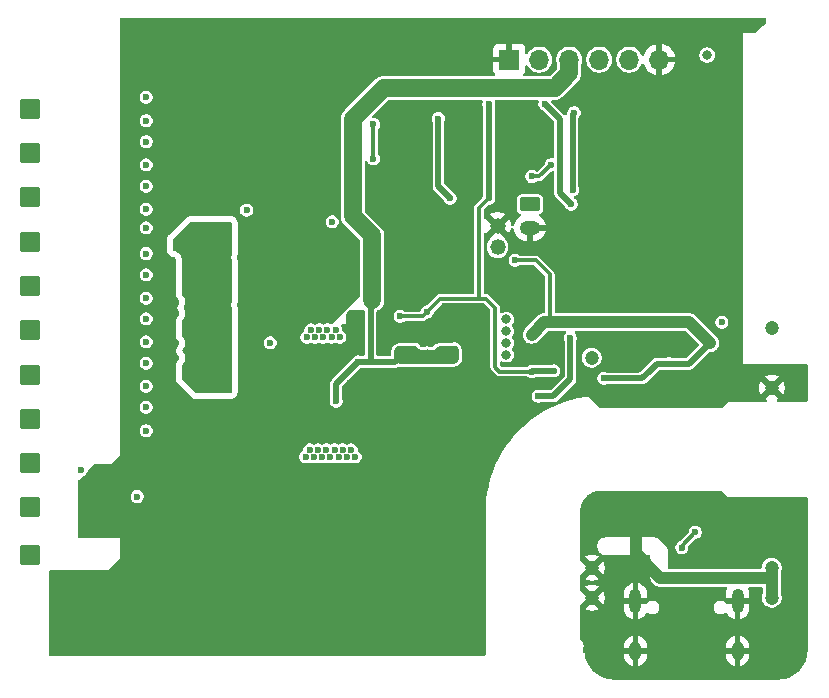
<source format=gbr>
%TF.GenerationSoftware,KiCad,Pcbnew,9.0.2*%
%TF.CreationDate,2025-12-06T18:07:06+09:00*%
%TF.ProjectId,ECG,4543472e-6b69-4636-9164-5f7063625858,rev?*%
%TF.SameCoordinates,Original*%
%TF.FileFunction,Copper,L4,Bot*%
%TF.FilePolarity,Positive*%
%FSLAX46Y46*%
G04 Gerber Fmt 4.6, Leading zero omitted, Abs format (unit mm)*
G04 Created by KiCad (PCBNEW 9.0.2) date 2025-12-06 18:07:06*
%MOMM*%
%LPD*%
G01*
G04 APERTURE LIST*
G04 Aperture macros list*
%AMRoundRect*
0 Rectangle with rounded corners*
0 $1 Rounding radius*
0 $2 $3 $4 $5 $6 $7 $8 $9 X,Y pos of 4 corners*
0 Add a 4 corners polygon primitive as box body*
4,1,4,$2,$3,$4,$5,$6,$7,$8,$9,$2,$3,0*
0 Add four circle primitives for the rounded corners*
1,1,$1+$1,$2,$3*
1,1,$1+$1,$4,$5*
1,1,$1+$1,$6,$7*
1,1,$1+$1,$8,$9*
0 Add four rect primitives between the rounded corners*
20,1,$1+$1,$2,$3,$4,$5,0*
20,1,$1+$1,$4,$5,$6,$7,0*
20,1,$1+$1,$6,$7,$8,$9,0*
20,1,$1+$1,$8,$9,$2,$3,0*%
G04 Aperture macros list end*
%TA.AperFunction,ComponentPad*%
%ADD10RoundRect,0.262500X-0.612500X-0.612500X0.612500X-0.612500X0.612500X0.612500X-0.612500X0.612500X0*%
%TD*%
%TA.AperFunction,HeatsinkPad*%
%ADD11C,0.600000*%
%TD*%
%TA.AperFunction,ComponentPad*%
%ADD12O,1.000000X2.100000*%
%TD*%
%TA.AperFunction,ComponentPad*%
%ADD13O,1.000000X1.600000*%
%TD*%
%TA.AperFunction,ComponentPad*%
%ADD14R,1.700000X1.700000*%
%TD*%
%TA.AperFunction,ComponentPad*%
%ADD15O,1.700000X1.700000*%
%TD*%
%TA.AperFunction,ComponentPad*%
%ADD16C,1.320000*%
%TD*%
%TA.AperFunction,ComponentPad*%
%ADD17C,1.200000*%
%TD*%
%TA.AperFunction,ComponentPad*%
%ADD18RoundRect,0.250000X-0.625000X0.350000X-0.625000X-0.350000X0.625000X-0.350000X0.625000X0.350000X0*%
%TD*%
%TA.AperFunction,ComponentPad*%
%ADD19O,1.750000X1.200000*%
%TD*%
%TA.AperFunction,ViaPad*%
%ADD20C,0.600000*%
%TD*%
%TA.AperFunction,ViaPad*%
%ADD21C,0.800000*%
%TD*%
%TA.AperFunction,Conductor*%
%ADD22C,0.300000*%
%TD*%
%TA.AperFunction,Conductor*%
%ADD23C,0.500000*%
%TD*%
%TA.AperFunction,Conductor*%
%ADD24C,1.500000*%
%TD*%
%TA.AperFunction,Conductor*%
%ADD25C,1.000000*%
%TD*%
G04 APERTURE END LIST*
D10*
%TO.P,TP3,1,1*%
%TO.N,Net-(IC3-+IN)*%
X133675000Y-81175000D03*
%TD*%
%TO.P,TP7,1,1*%
%TO.N,L-ARM*%
X133675000Y-96175000D03*
%TD*%
%TO.P,TP5,1,1*%
%TO.N,Net-(IC5-+IN)*%
X133675000Y-88675000D03*
%TD*%
%TO.P,TP10,1,1*%
%TO.N,R-LEG*%
X133675000Y-107425000D03*
%TD*%
%TO.P,TP2,1,1*%
%TO.N,Net-(IC2-+IN)*%
X133675000Y-77425000D03*
%TD*%
%TO.P,TP11,1,1*%
%TO.N,GNDREF-in*%
X133675000Y-111425000D03*
%TD*%
%TO.P,TP4,1,1*%
%TO.N,Net-(IC4-+IN)*%
X133675000Y-84925000D03*
%TD*%
D11*
%TO.P,U2,19,GND*%
%TO.N,GNDPWR*%
X187250000Y-81110000D03*
X186150000Y-81110000D03*
X187800000Y-81660000D03*
X186700000Y-81660000D03*
X185600000Y-81660000D03*
X187250000Y-82210000D03*
X186150000Y-82210000D03*
X187800000Y-82760000D03*
X186700000Y-82760000D03*
X185600000Y-82760000D03*
X187250000Y-83310000D03*
X186150000Y-83310000D03*
%TD*%
D10*
%TO.P,TP6,1,1*%
%TO.N,Net-(IC6-+IN)*%
X133675000Y-92425000D03*
%TD*%
%TO.P,TP9,1,1*%
%TO.N,L-LEG*%
X133675000Y-103675000D03*
%TD*%
%TO.P,TP1,1,1*%
%TO.N,Net-(IC1-+IN)*%
X133675000Y-73675000D03*
%TD*%
%TO.P,TP8,1,1*%
%TO.N,R-ARM*%
X133675000Y-99925000D03*
%TD*%
D12*
%TO.P,J2,S1,SHIELD*%
%TO.N,GND2*%
X184930000Y-115370000D03*
D13*
X184930000Y-119550000D03*
D12*
X193570000Y-115370000D03*
D13*
X193570000Y-119550000D03*
%TD*%
D14*
%TO.P,J1,1,Pin_1*%
%TO.N,GNDPWR*%
X174250000Y-69500000D03*
D15*
%TO.P,J1,2,Pin_2*%
%TO.N,VDD*%
X176790000Y-69500000D03*
%TO.P,J1,3,Pin_3*%
%TO.N,+5V*%
X179329999Y-69500000D03*
%TO.P,J1,4,Pin_4*%
%TO.N,SCL*%
X181870000Y-69500000D03*
%TO.P,J1,5,Pin_5*%
%TO.N,SDA*%
X184410000Y-69500000D03*
%TO.P,J1,6,Pin_6*%
%TO.N,GNDPWR*%
X186950000Y-69500000D03*
%TD*%
D16*
%TO.P,TH1,1*%
%TO.N,Net-(IC11-TS{slash}MR)*%
X173250000Y-85400000D03*
%TO.P,TH1,2*%
%TO.N,GNDPWR*%
X173250000Y-83600000D03*
%TD*%
D17*
%TO.P,PS2,2,-VIN_1*%
%TO.N,GND2*%
X181225000Y-115055000D03*
%TO.P,PS2,3,-VIN_2*%
X181225000Y-112515000D03*
%TO.P,PS2,10,TRIM*%
%TO.N,Net-(PS2-TRIM)*%
X181225000Y-94735000D03*
%TO.P,PS2,14,+VOUT*%
%TO.N,Net-(IC11-IN)*%
X196465000Y-92195000D03*
%TO.P,PS2,16,-VOUT*%
%TO.N,GNDPWR*%
X196465000Y-97275000D03*
%TO.P,PS2,22,+VIN_1*%
%TO.N,Net-(PS2-+VIN_1)*%
X196465000Y-112515000D03*
%TO.P,PS2,23,+VIN_2*%
X196465000Y-115055000D03*
%TD*%
D18*
%TO.P,BT1,1,+*%
%TO.N,Net-(BT1-+)*%
X176000000Y-81749999D03*
D19*
%TO.P,BT1,2,-*%
%TO.N,GNDPWR*%
X176000000Y-83750000D03*
%TD*%
D20*
%TO.N,+BATT*%
X165000000Y-91249998D03*
X172500000Y-81250000D03*
X176194835Y-95917473D03*
X172500000Y-73250000D03*
X167289359Y-90860705D03*
X177997499Y-95864382D03*
%TO.N,GNDPWR*%
X163700000Y-74900000D03*
X156500000Y-96250000D03*
X167650000Y-93600000D03*
X153750000Y-85000000D03*
X153750000Y-92500000D03*
X169308500Y-70408500D03*
D21*
X162500000Y-104000000D03*
D20*
X178500000Y-84750000D03*
X163750000Y-79500000D03*
X145400000Y-70466000D03*
X170500000Y-90999999D03*
X177000000Y-90150000D03*
X183250000Y-84500000D03*
X148250000Y-82250000D03*
X171750000Y-119500000D03*
X171999999Y-92499999D03*
X166000000Y-101500000D03*
X167650000Y-92900000D03*
X166950000Y-93600001D03*
X135750000Y-113250000D03*
X174249999Y-99250000D03*
X177050000Y-93900000D03*
X160750000Y-96900000D03*
X154300000Y-94900000D03*
X172000000Y-90999999D03*
X184500000Y-85750000D03*
X168750000Y-87500000D03*
X156500000Y-95250000D03*
X171500000Y-81000000D03*
X164050000Y-90999999D03*
X195600000Y-66300000D03*
X146000000Y-90000000D03*
X164228480Y-82726032D03*
X161700000Y-91000000D03*
X163300000Y-90999999D03*
X192250000Y-74000000D03*
X160950000Y-91000000D03*
X153750000Y-91250000D03*
X177200000Y-74500000D03*
X145849000Y-97881000D03*
X144000000Y-105250000D03*
X173500000Y-102250000D03*
X153500000Y-82250000D03*
X145977380Y-82897620D03*
X175249999Y-92105520D03*
X146000000Y-79750000D03*
X177600000Y-66500000D03*
X162150000Y-96900000D03*
X141750000Y-106250000D03*
X148400000Y-70466000D03*
X174250000Y-90250000D03*
X146000000Y-74750000D03*
X181000000Y-78500000D03*
X160400000Y-70466000D03*
X150250000Y-100750000D03*
X162150000Y-98100000D03*
X163250000Y-82500000D03*
X153000000Y-86250000D03*
D21*
X164500000Y-104000000D03*
D20*
X187750000Y-94250000D03*
X151500000Y-86250000D03*
X166950001Y-92900000D03*
X169000000Y-75000000D03*
X161100000Y-97500000D03*
X142000000Y-107750000D03*
X172000000Y-91749999D03*
X159250000Y-91250000D03*
X160750000Y-98100000D03*
X153250000Y-95500000D03*
X186250000Y-92750000D03*
X189000000Y-84000000D03*
X146000000Y-94750000D03*
X160800000Y-72900000D03*
X165750000Y-79500000D03*
X184800000Y-71100000D03*
X146000000Y-76000000D03*
X165049999Y-87549999D03*
X171000000Y-89000000D03*
X151400000Y-70466000D03*
X174250000Y-98500000D03*
X149500000Y-79000000D03*
X135750000Y-119500000D03*
X175250000Y-95250000D03*
X190400000Y-71100000D03*
X161800000Y-97500000D03*
X155500000Y-98250000D03*
X161450000Y-96900000D03*
X145709894Y-86481836D03*
X142400000Y-70466000D03*
X172500000Y-89000000D03*
X160400000Y-97500000D03*
X193000000Y-67800000D03*
X141595495Y-66345045D03*
X177750000Y-93900000D03*
X151500000Y-90250000D03*
X146000000Y-72250000D03*
X171250000Y-90999999D03*
X146000000Y-101000000D03*
X161450000Y-98100000D03*
X138500000Y-106750000D03*
X146000000Y-93500000D03*
X193700000Y-74000000D03*
X153950000Y-95500000D03*
X162850000Y-96900000D03*
X184325000Y-95475000D03*
X193700000Y-88750000D03*
X155750000Y-83250000D03*
X154300000Y-96100000D03*
X153600000Y-96100000D03*
X147750000Y-99250000D03*
X164750000Y-73250000D03*
X157400000Y-70466000D03*
X154400000Y-70466000D03*
X146000000Y-91000000D03*
X162500000Y-97500000D03*
X140325000Y-108250000D03*
X146000000Y-78500000D03*
X174250000Y-97750000D03*
X163200000Y-97500000D03*
X153600000Y-94900000D03*
X174750000Y-87500000D03*
X155500000Y-100000000D03*
X162850000Y-98100000D03*
X154650000Y-95500000D03*
X167000000Y-81000000D03*
X187000000Y-79500000D03*
X178250000Y-83750000D03*
X180800000Y-71300000D03*
D21*
%TO.N,VDD*%
X174000000Y-92500000D03*
D20*
X152000000Y-82250000D03*
X192250000Y-91750000D03*
D21*
X174000000Y-91500000D03*
X174000000Y-94500000D03*
X174000000Y-93500000D03*
D20*
X159250000Y-83250000D03*
D21*
X191000000Y-69125000D03*
D20*
%TO.N,VCC*%
X143500000Y-83750000D03*
X157100000Y-93000000D03*
X157450000Y-92400000D03*
X143500000Y-80225000D03*
X157800000Y-93000000D03*
X143500000Y-72700000D03*
X138000000Y-104250000D03*
X159200000Y-93000000D03*
X143500000Y-87725000D03*
X154000000Y-93500000D03*
X159900000Y-93000000D03*
X158500000Y-93000000D03*
X158150000Y-92400000D03*
X143500000Y-98950000D03*
X143519309Y-76450000D03*
X159550000Y-92400000D03*
X158850000Y-92400000D03*
X143500000Y-91450000D03*
X143500000Y-95200000D03*
%TO.N,VSS*%
X143500000Y-82175000D03*
X143500906Y-74675000D03*
X143500000Y-89708323D03*
X157000000Y-103150000D03*
X142750000Y-106500000D03*
X143500000Y-78425000D03*
X143500000Y-85925000D03*
X158400000Y-103150000D03*
X158050000Y-102550000D03*
X143500000Y-93400000D03*
X158750000Y-102550000D03*
X157700000Y-103150000D03*
X157350000Y-102550000D03*
X143500000Y-97175000D03*
X160850000Y-102550000D03*
X159100000Y-103150000D03*
X160150000Y-102550000D03*
X160500000Y-103150000D03*
X159450000Y-102550000D03*
X159800000Y-103150000D03*
X143500000Y-100925000D03*
X161200000Y-103150000D03*
%TO.N,+5V*%
X164900000Y-94800000D03*
X159601011Y-98431771D03*
X169650000Y-94699999D03*
X162640409Y-89890409D03*
X161450000Y-95099998D03*
X169650000Y-94000000D03*
X164900000Y-94099999D03*
%TO.N,GND*%
X150250000Y-84000000D03*
X148000000Y-97450000D03*
X146074000Y-85250000D03*
X147000000Y-87250000D03*
X148750000Y-83750000D03*
X150250000Y-92500000D03*
X149050000Y-96850000D03*
X149543141Y-94543141D03*
X150100000Y-97450000D03*
X148000000Y-96250000D03*
X147375000Y-85250000D03*
X148700000Y-96250000D03*
X147000000Y-89250000D03*
X149400000Y-96250000D03*
X149400000Y-97450000D03*
X150450000Y-96850000D03*
X147250000Y-92750000D03*
X149750000Y-96850000D03*
X148700000Y-97450000D03*
X148350000Y-96850000D03*
X147650000Y-96850000D03*
%TO.N,Net-(D5-A)*%
X177250000Y-73250000D03*
X179500000Y-81750000D03*
%TO.N,Net-(IC11-IN)*%
X182250000Y-96500000D03*
X176133736Y-92800002D03*
X191250000Y-93500000D03*
X174750000Y-86500000D03*
X187750000Y-95250000D03*
%TO.N,Net-(BT1-+)*%
X179424000Y-93100000D03*
X176719030Y-98014294D03*
%TO.N,Net-(PS2-+VIN_1)*%
X184945000Y-109500000D03*
X186945000Y-113300000D03*
X191845000Y-113400000D03*
%TO.N,GND2*%
X192500000Y-106750000D03*
X199000000Y-107000000D03*
X193000000Y-110700000D03*
X181250000Y-106750000D03*
X183670000Y-108620000D03*
X191290000Y-108640000D03*
X180750000Y-119500000D03*
%TO.N,Net-(U3-UD+)*%
X188849999Y-110819238D03*
X190004620Y-109535380D03*
%TO.N,SCL*%
X169250000Y-81250000D03*
X168250000Y-74500000D03*
%TO.N,PWR-OFF*%
X177798498Y-78400000D03*
X176156463Y-79402000D03*
%TO.N,Net-(LED10-DI)*%
X179604071Y-80523311D03*
X179750000Y-74000000D03*
%TO.N,Net-(U2-EN)*%
X162750000Y-75000000D03*
X162750000Y-77900000D03*
%TD*%
D22*
%TO.N,+BATT*%
X173050000Y-95550000D02*
X173417473Y-95917473D01*
X165000000Y-91249998D02*
X166900066Y-91249998D01*
X173050000Y-90500000D02*
X173050000Y-95550000D01*
X167289359Y-90860705D02*
X168400064Y-89750000D01*
D23*
X172500000Y-73250000D02*
X172500000Y-81250000D01*
X177961879Y-95900001D02*
X176212307Y-95900001D01*
D22*
X172300000Y-89750000D02*
X173050000Y-90500000D01*
D23*
X177997499Y-95864382D02*
X177961879Y-95900001D01*
D22*
X168400064Y-89750000D02*
X171670655Y-89750000D01*
X173417473Y-95917473D02*
X176194835Y-95917473D01*
X166900066Y-91249998D02*
X167289359Y-90860705D01*
X172500000Y-81250000D02*
X171670655Y-82079345D01*
X171670655Y-89750000D02*
X172300000Y-89750000D01*
X171670655Y-82079345D02*
X171670655Y-89750000D01*
%TO.N,GNDPWR*%
X138500000Y-106750000D02*
X139500000Y-107750000D01*
X139500000Y-107750000D02*
X142000000Y-107750000D01*
%TO.N,+5V*%
X162640409Y-89890409D02*
X162640409Y-90109591D01*
D23*
X162640409Y-90109591D02*
X162500000Y-90250000D01*
X159601011Y-96948987D02*
X161450000Y-95099998D01*
D24*
X163600000Y-71900000D02*
X161000000Y-74500000D01*
D23*
X162500000Y-95099998D02*
X164600002Y-95099998D01*
D24*
X179329999Y-69500000D02*
X179329999Y-70670001D01*
X162640409Y-84390409D02*
X162640409Y-89890409D01*
D23*
X161450000Y-95099998D02*
X162500000Y-95099998D01*
X162500000Y-90250000D02*
X162500000Y-95099998D01*
D24*
X178100000Y-71900000D02*
X163600000Y-71900000D01*
X179329999Y-70670001D02*
X178100000Y-71900000D01*
X161000000Y-74500000D02*
X161000000Y-82750000D01*
D23*
X159601011Y-98431771D02*
X159601011Y-96948987D01*
D24*
X161000000Y-82750000D02*
X162640409Y-84390409D01*
D23*
X164600002Y-95099998D02*
X164900000Y-94800000D01*
D22*
%TO.N,GND*%
X146074000Y-85250000D02*
X147375000Y-85250000D01*
D23*
%TO.N,Net-(D5-A)*%
X178549498Y-74549498D02*
X178549498Y-80799498D01*
X178549498Y-80799498D02*
X179500000Y-81750000D01*
X177250000Y-73250000D02*
X178549498Y-74549498D01*
%TO.N,Net-(IC11-IN)*%
X186125000Y-95875000D02*
X185500000Y-96500000D01*
X187750000Y-95250000D02*
X189000000Y-95250000D01*
X186750000Y-95250000D02*
X186125000Y-95875000D01*
D25*
X177183738Y-91750000D02*
X176133736Y-92800002D01*
D22*
X177700000Y-91233738D02*
X177183738Y-91750000D01*
D25*
X189500000Y-91750000D02*
X177183738Y-91750000D01*
D22*
X174750000Y-86500000D02*
X176500000Y-86500000D01*
X177700000Y-87700000D02*
X177700000Y-91233738D01*
D23*
X185500000Y-96500000D02*
X182250000Y-96500000D01*
X187750000Y-95250000D02*
X186750000Y-95250000D01*
X189000000Y-95250000D02*
X189500000Y-95250000D01*
D22*
X176500000Y-86500000D02*
X177700000Y-87700000D01*
D23*
X189000000Y-95250000D02*
X187750000Y-95250000D01*
D25*
X191250000Y-93500000D02*
X189500000Y-91750000D01*
D23*
X189500000Y-95250000D02*
X191250000Y-93500000D01*
%TO.N,Net-(BT1-+)*%
X179424000Y-93100000D02*
X179424000Y-96576000D01*
X177985706Y-98014294D02*
X176719030Y-98014294D01*
X179424000Y-96576000D02*
X177985706Y-98014294D01*
D25*
%TO.N,Net-(PS2-+VIN_1)*%
X191845000Y-113400000D02*
X196315000Y-113400000D01*
X196315000Y-113400000D02*
X196465000Y-113250000D01*
X196465000Y-112515000D02*
X196465000Y-115055000D01*
X184945000Y-111300000D02*
X186945000Y-113300000D01*
X195000000Y-113400000D02*
X195580000Y-113400000D01*
X196465000Y-113250000D02*
X196465000Y-112515000D01*
X187045000Y-113400000D02*
X191845000Y-113400000D01*
X184945000Y-109500000D02*
X184945000Y-111300000D01*
X186945000Y-113300000D02*
X187045000Y-113400000D01*
D22*
%TO.N,Net-(U3-UD+)*%
X188849999Y-110690001D02*
X190004620Y-109535380D01*
X188849999Y-110819238D02*
X188849999Y-110690001D01*
D23*
%TO.N,SCL*%
X168250000Y-80250000D02*
X169250000Y-81250000D01*
X168250000Y-74500000D02*
X168250000Y-80250000D01*
D22*
%TO.N,PWR-OFF*%
X176796498Y-79402000D02*
X177798498Y-78400000D01*
X176156463Y-79402000D02*
X176796498Y-79402000D01*
D23*
%TO.N,Net-(LED10-DI)*%
X179604071Y-74145929D02*
X179604071Y-80523311D01*
X179750000Y-74000000D02*
X179604071Y-74145929D01*
D22*
%TO.N,Net-(U2-EN)*%
X162750000Y-75000000D02*
X162750000Y-77900000D01*
%TD*%
%TA.AperFunction,Conductor*%
%TO.N,GND2*%
G36*
X192265677Y-106019685D02*
G01*
X192286319Y-106036319D01*
X192750000Y-106500000D01*
X199375500Y-106500000D01*
X199442539Y-106519685D01*
X199488294Y-106572489D01*
X199499500Y-106624000D01*
X199499500Y-119496249D01*
X199499274Y-119503736D01*
X199481728Y-119793794D01*
X199479923Y-119808659D01*
X199428219Y-120090798D01*
X199424635Y-120105336D01*
X199339306Y-120379167D01*
X199333997Y-120393168D01*
X199216275Y-120654736D01*
X199209316Y-120667995D01*
X199060928Y-120913459D01*
X199052422Y-120925782D01*
X198875526Y-121151573D01*
X198865596Y-121162781D01*
X198662781Y-121365596D01*
X198651573Y-121375526D01*
X198425782Y-121552422D01*
X198413459Y-121560928D01*
X198167995Y-121709316D01*
X198154736Y-121716275D01*
X197893168Y-121833997D01*
X197879167Y-121839306D01*
X197605336Y-121924635D01*
X197590798Y-121928219D01*
X197308659Y-121979923D01*
X197293794Y-121981728D01*
X197003736Y-121999274D01*
X196996249Y-121999500D01*
X183194817Y-121999500D01*
X183187212Y-121999499D01*
X183187209Y-121999499D01*
X183157020Y-121999499D01*
X183125063Y-121999499D01*
X183125062Y-121999498D01*
X183117579Y-121999273D01*
X182827519Y-121981730D01*
X182812654Y-121979925D01*
X182530522Y-121928224D01*
X182515989Y-121924642D01*
X182379060Y-121881975D01*
X182242138Y-121839309D01*
X182228137Y-121833999D01*
X181966573Y-121716280D01*
X181953314Y-121709321D01*
X181707849Y-121560933D01*
X181695526Y-121552427D01*
X181469737Y-121375535D01*
X181458529Y-121365606D01*
X181255704Y-121162783D01*
X181245774Y-121151574D01*
X181245773Y-121151573D01*
X181068876Y-120925781D01*
X181060378Y-120913470D01*
X180911978Y-120667988D01*
X180905029Y-120654746D01*
X180787302Y-120393168D01*
X180782003Y-120379198D01*
X180696660Y-120105322D01*
X180693081Y-120090800D01*
X180641376Y-119808661D01*
X180639571Y-119793797D01*
X180639571Y-119793794D01*
X180622046Y-119504066D01*
X180621820Y-119496579D01*
X180621820Y-119381902D01*
X180587436Y-119164815D01*
X180585328Y-119151504D01*
X183930000Y-119151504D01*
X183930000Y-119300000D01*
X184630000Y-119300000D01*
X184630000Y-119800000D01*
X183930000Y-119800000D01*
X183930000Y-119948495D01*
X183968427Y-120141681D01*
X183968430Y-120141693D01*
X184043807Y-120323671D01*
X184043814Y-120323684D01*
X184153248Y-120487462D01*
X184153251Y-120487466D01*
X184292533Y-120626748D01*
X184292537Y-120626751D01*
X184456315Y-120736185D01*
X184456328Y-120736192D01*
X184638308Y-120811569D01*
X184680000Y-120819862D01*
X184680000Y-120016988D01*
X184689940Y-120034205D01*
X184745795Y-120090060D01*
X184814204Y-120129556D01*
X184890504Y-120150000D01*
X184969496Y-120150000D01*
X185045796Y-120129556D01*
X185114205Y-120090060D01*
X185170060Y-120034205D01*
X185180000Y-120016988D01*
X185180000Y-120819862D01*
X185221690Y-120811569D01*
X185221692Y-120811569D01*
X185403671Y-120736192D01*
X185403684Y-120736185D01*
X185567462Y-120626751D01*
X185567466Y-120626748D01*
X185706748Y-120487466D01*
X185706751Y-120487462D01*
X185816185Y-120323684D01*
X185816192Y-120323671D01*
X185891569Y-120141693D01*
X185891572Y-120141681D01*
X185929999Y-119948495D01*
X185930000Y-119948492D01*
X185930000Y-119800000D01*
X185230000Y-119800000D01*
X185230000Y-119300000D01*
X185930000Y-119300000D01*
X185930000Y-119151508D01*
X185929999Y-119151504D01*
X192570000Y-119151504D01*
X192570000Y-119300000D01*
X193270000Y-119300000D01*
X193270000Y-119800000D01*
X192570000Y-119800000D01*
X192570000Y-119948495D01*
X192608427Y-120141681D01*
X192608430Y-120141693D01*
X192683807Y-120323671D01*
X192683814Y-120323684D01*
X192793248Y-120487462D01*
X192793251Y-120487466D01*
X192932533Y-120626748D01*
X192932537Y-120626751D01*
X193096315Y-120736185D01*
X193096328Y-120736192D01*
X193278308Y-120811569D01*
X193320000Y-120819862D01*
X193320000Y-120016988D01*
X193329940Y-120034205D01*
X193385795Y-120090060D01*
X193454204Y-120129556D01*
X193530504Y-120150000D01*
X193609496Y-120150000D01*
X193685796Y-120129556D01*
X193754205Y-120090060D01*
X193810060Y-120034205D01*
X193820000Y-120016988D01*
X193820000Y-120819862D01*
X193861690Y-120811569D01*
X193861692Y-120811569D01*
X194043671Y-120736192D01*
X194043684Y-120736185D01*
X194207462Y-120626751D01*
X194207466Y-120626748D01*
X194346748Y-120487466D01*
X194346751Y-120487462D01*
X194456185Y-120323684D01*
X194456192Y-120323671D01*
X194531569Y-120141693D01*
X194531572Y-120141681D01*
X194569999Y-119948495D01*
X194570000Y-119948492D01*
X194570000Y-119800000D01*
X193870000Y-119800000D01*
X193870000Y-119300000D01*
X194570000Y-119300000D01*
X194570000Y-119151508D01*
X194569999Y-119151504D01*
X194531572Y-118958318D01*
X194531569Y-118958306D01*
X194456192Y-118776328D01*
X194456185Y-118776315D01*
X194346751Y-118612537D01*
X194346748Y-118612533D01*
X194207466Y-118473251D01*
X194207462Y-118473248D01*
X194043684Y-118363814D01*
X194043671Y-118363807D01*
X193861691Y-118288429D01*
X193861683Y-118288427D01*
X193820000Y-118280135D01*
X193820000Y-119083011D01*
X193810060Y-119065795D01*
X193754205Y-119009940D01*
X193685796Y-118970444D01*
X193609496Y-118950000D01*
X193530504Y-118950000D01*
X193454204Y-118970444D01*
X193385795Y-119009940D01*
X193329940Y-119065795D01*
X193320000Y-119083011D01*
X193320000Y-118280136D01*
X193319999Y-118280135D01*
X193278316Y-118288427D01*
X193278308Y-118288429D01*
X193096328Y-118363807D01*
X193096315Y-118363814D01*
X192932537Y-118473248D01*
X192932533Y-118473251D01*
X192793251Y-118612533D01*
X192793248Y-118612537D01*
X192683814Y-118776315D01*
X192683807Y-118776328D01*
X192608430Y-118958306D01*
X192608427Y-118958318D01*
X192570000Y-119151504D01*
X185929999Y-119151504D01*
X185891572Y-118958318D01*
X185891569Y-118958306D01*
X185816192Y-118776328D01*
X185816185Y-118776315D01*
X185706751Y-118612537D01*
X185706748Y-118612533D01*
X185567466Y-118473251D01*
X185567462Y-118473248D01*
X185403684Y-118363814D01*
X185403671Y-118363807D01*
X185221691Y-118288429D01*
X185221683Y-118288427D01*
X185180000Y-118280135D01*
X185180000Y-119083011D01*
X185170060Y-119065795D01*
X185114205Y-119009940D01*
X185045796Y-118970444D01*
X184969496Y-118950000D01*
X184890504Y-118950000D01*
X184814204Y-118970444D01*
X184745795Y-119009940D01*
X184689940Y-119065795D01*
X184680000Y-119083011D01*
X184680000Y-118280136D01*
X184679999Y-118280135D01*
X184638316Y-118288427D01*
X184638308Y-118288429D01*
X184456328Y-118363807D01*
X184456315Y-118363814D01*
X184292537Y-118473248D01*
X184292533Y-118473251D01*
X184153251Y-118612533D01*
X184153248Y-118612537D01*
X184043814Y-118776315D01*
X184043807Y-118776328D01*
X183968430Y-118958306D01*
X183968427Y-118958318D01*
X183930000Y-119151504D01*
X180585328Y-119151504D01*
X180584873Y-119148632D01*
X180511888Y-118924008D01*
X180511886Y-118924005D01*
X180511886Y-118924003D01*
X180404662Y-118713566D01*
X180273682Y-118533288D01*
X180250202Y-118467481D01*
X180250000Y-118460402D01*
X180250000Y-115991289D01*
X180642261Y-115991289D01*
X180642262Y-115991290D01*
X180648471Y-115995801D01*
X180802742Y-116074408D01*
X180967415Y-116127914D01*
X181138429Y-116155000D01*
X181311571Y-116155000D01*
X181482584Y-116127914D01*
X181647257Y-116074408D01*
X181801525Y-115995803D01*
X181807736Y-115991289D01*
X181807737Y-115991289D01*
X181225001Y-115408553D01*
X181225000Y-115408553D01*
X180642261Y-115991289D01*
X180250000Y-115991289D01*
X180250000Y-115727809D01*
X180269685Y-115660770D01*
X180286319Y-115640128D01*
X180871446Y-115055001D01*
X180871446Y-115054999D01*
X180825369Y-115008922D01*
X180875000Y-115008922D01*
X180875000Y-115101078D01*
X180898852Y-115190095D01*
X180944930Y-115269905D01*
X181010095Y-115335070D01*
X181089905Y-115381148D01*
X181178922Y-115405000D01*
X181271078Y-115405000D01*
X181360095Y-115381148D01*
X181439905Y-115335070D01*
X181505070Y-115269905D01*
X181551148Y-115190095D01*
X181575000Y-115101078D01*
X181575000Y-115054999D01*
X181578553Y-115054999D01*
X181578553Y-115055001D01*
X182161289Y-115637737D01*
X182161289Y-115637736D01*
X182165803Y-115631525D01*
X182165809Y-115631516D01*
X182226529Y-115512348D01*
X182226531Y-115512343D01*
X182244407Y-115477257D01*
X182297914Y-115312584D01*
X182325000Y-115141571D01*
X182325000Y-114968428D01*
X182297913Y-114797414D01*
X182297913Y-114797411D01*
X182283722Y-114753735D01*
X182273249Y-114721504D01*
X183930000Y-114721504D01*
X183930000Y-115120000D01*
X184630000Y-115120000D01*
X184630000Y-115620000D01*
X183930000Y-115620000D01*
X183930000Y-116018495D01*
X183968427Y-116211681D01*
X183968430Y-116211693D01*
X184043807Y-116393671D01*
X184043814Y-116393684D01*
X184153248Y-116557462D01*
X184153251Y-116557466D01*
X184292533Y-116696748D01*
X184292537Y-116696751D01*
X184456315Y-116806185D01*
X184456328Y-116806192D01*
X184638308Y-116881569D01*
X184680000Y-116889862D01*
X184680000Y-116086988D01*
X184689940Y-116104205D01*
X184745795Y-116160060D01*
X184814204Y-116199556D01*
X184890504Y-116220000D01*
X184969496Y-116220000D01*
X185045796Y-116199556D01*
X185114205Y-116160060D01*
X185170060Y-116104205D01*
X185180000Y-116086988D01*
X185180000Y-116889862D01*
X185221690Y-116881569D01*
X185221692Y-116881569D01*
X185403671Y-116806192D01*
X185403684Y-116806185D01*
X185567462Y-116696751D01*
X185567466Y-116696748D01*
X185706748Y-116557466D01*
X185706751Y-116557462D01*
X185819574Y-116388613D01*
X185821007Y-116389570D01*
X185864198Y-116345580D01*
X185932332Y-116330103D01*
X185998018Y-116353919D01*
X186000089Y-116355697D01*
X186000189Y-116355568D01*
X186006630Y-116360510D01*
X186006635Y-116360515D01*
X186137865Y-116436281D01*
X186284234Y-116475500D01*
X186284236Y-116475500D01*
X186435764Y-116475500D01*
X186435766Y-116475500D01*
X186582135Y-116436281D01*
X186713365Y-116360515D01*
X186820515Y-116253365D01*
X186896281Y-116122135D01*
X186935500Y-115975766D01*
X186935500Y-115824234D01*
X186896281Y-115677865D01*
X186820515Y-115546635D01*
X186713365Y-115439485D01*
X186612323Y-115381148D01*
X186582136Y-115363719D01*
X186475214Y-115335070D01*
X186435766Y-115324500D01*
X186284234Y-115324500D01*
X186137863Y-115363719D01*
X186006635Y-115439485D01*
X186006632Y-115439487D01*
X185899486Y-115546633D01*
X185899482Y-115546638D01*
X185892923Y-115558000D01*
X185842356Y-115606216D01*
X185785536Y-115620000D01*
X185230000Y-115620000D01*
X185230000Y-115120000D01*
X185930000Y-115120000D01*
X185930000Y-114721508D01*
X185929999Y-114721504D01*
X185891572Y-114528318D01*
X185891569Y-114528306D01*
X185816192Y-114346328D01*
X185816185Y-114346315D01*
X185706751Y-114182537D01*
X185706748Y-114182533D01*
X185567466Y-114043251D01*
X185567462Y-114043248D01*
X185403684Y-113933814D01*
X185403671Y-113933807D01*
X185221691Y-113858429D01*
X185221683Y-113858427D01*
X185180000Y-113850135D01*
X185180000Y-114653011D01*
X185170060Y-114635795D01*
X185114205Y-114579940D01*
X185045796Y-114540444D01*
X184969496Y-114520000D01*
X184890504Y-114520000D01*
X184814204Y-114540444D01*
X184745795Y-114579940D01*
X184689940Y-114635795D01*
X184680000Y-114653011D01*
X184680000Y-113850136D01*
X184679999Y-113850135D01*
X184638316Y-113858427D01*
X184638308Y-113858429D01*
X184456328Y-113933807D01*
X184456315Y-113933814D01*
X184292537Y-114043248D01*
X184292533Y-114043251D01*
X184153251Y-114182533D01*
X184153248Y-114182537D01*
X184043814Y-114346315D01*
X184043807Y-114346328D01*
X183968430Y-114528306D01*
X183968427Y-114528318D01*
X183930000Y-114721504D01*
X182273249Y-114721504D01*
X182244408Y-114632742D01*
X182165801Y-114478471D01*
X182161290Y-114472262D01*
X182161289Y-114472261D01*
X181578553Y-115054999D01*
X181575000Y-115054999D01*
X181575000Y-115008922D01*
X181551148Y-114919905D01*
X181505070Y-114840095D01*
X181439905Y-114774930D01*
X181360095Y-114728852D01*
X181271078Y-114705000D01*
X181178922Y-114705000D01*
X181089905Y-114728852D01*
X181010095Y-114774930D01*
X180944930Y-114840095D01*
X180898852Y-114919905D01*
X180875000Y-115008922D01*
X180825369Y-115008922D01*
X180286319Y-114469871D01*
X180271615Y-114442943D01*
X180255023Y-114417125D01*
X180254131Y-114410924D01*
X180252834Y-114408548D01*
X180250000Y-114382190D01*
X180250000Y-114118708D01*
X180642261Y-114118708D01*
X180642261Y-114118709D01*
X181225000Y-114701446D01*
X181225001Y-114701446D01*
X181807737Y-114118709D01*
X181801525Y-114114196D01*
X181647259Y-114035592D01*
X181482584Y-113982085D01*
X181311571Y-113955000D01*
X181138429Y-113955000D01*
X180967415Y-113982085D01*
X180802740Y-114035592D01*
X180648480Y-114114193D01*
X180648463Y-114114203D01*
X180642261Y-114118708D01*
X180250000Y-114118708D01*
X180250000Y-113451289D01*
X180642261Y-113451289D01*
X180642262Y-113451290D01*
X180648471Y-113455801D01*
X180802742Y-113534408D01*
X180967415Y-113587914D01*
X181138429Y-113615000D01*
X181311571Y-113615000D01*
X181482584Y-113587914D01*
X181647257Y-113534408D01*
X181801525Y-113455803D01*
X181807736Y-113451289D01*
X181807737Y-113451289D01*
X181225001Y-112868553D01*
X181225000Y-112868553D01*
X180642261Y-113451289D01*
X180250000Y-113451289D01*
X180250000Y-113187809D01*
X180269685Y-113120770D01*
X180286319Y-113100128D01*
X180871446Y-112515001D01*
X180871446Y-112514999D01*
X180825369Y-112468922D01*
X180875000Y-112468922D01*
X180875000Y-112561078D01*
X180898852Y-112650095D01*
X180944930Y-112729905D01*
X181010095Y-112795070D01*
X181089905Y-112841148D01*
X181178922Y-112865000D01*
X181271078Y-112865000D01*
X181360095Y-112841148D01*
X181439905Y-112795070D01*
X181505070Y-112729905D01*
X181551148Y-112650095D01*
X181575000Y-112561078D01*
X181575000Y-112514999D01*
X181578553Y-112514999D01*
X181578553Y-112515001D01*
X182161289Y-113097737D01*
X182161289Y-113097736D01*
X182165803Y-113091525D01*
X182244408Y-112937257D01*
X182297914Y-112772584D01*
X182325000Y-112601571D01*
X182325000Y-112428428D01*
X182297914Y-112257415D01*
X182244408Y-112092742D01*
X182165801Y-111938471D01*
X182161290Y-111932262D01*
X182161289Y-111932261D01*
X181578553Y-112514999D01*
X181575000Y-112514999D01*
X181575000Y-112468922D01*
X181551148Y-112379905D01*
X181505070Y-112300095D01*
X181439905Y-112234930D01*
X181360095Y-112188852D01*
X181271078Y-112165000D01*
X181178922Y-112165000D01*
X181089905Y-112188852D01*
X181010095Y-112234930D01*
X180944930Y-112300095D01*
X180898852Y-112379905D01*
X180875000Y-112468922D01*
X180825369Y-112468922D01*
X180286319Y-111929871D01*
X180271615Y-111902943D01*
X180255023Y-111877125D01*
X180254131Y-111870924D01*
X180252834Y-111868548D01*
X180250000Y-111842190D01*
X180250000Y-111578708D01*
X180642261Y-111578708D01*
X180642261Y-111578709D01*
X181225000Y-112161446D01*
X181225001Y-112161446D01*
X181807737Y-111578709D01*
X181801525Y-111574196D01*
X181647259Y-111495592D01*
X181482584Y-111442085D01*
X181311571Y-111415000D01*
X181138429Y-111415000D01*
X180967415Y-111442085D01*
X180802740Y-111495592D01*
X180648480Y-111574193D01*
X180648463Y-111574203D01*
X180642261Y-111578708D01*
X180250000Y-111578708D01*
X180250000Y-110768920D01*
X181694499Y-110768920D01*
X181723340Y-110913907D01*
X181723343Y-110913917D01*
X181779912Y-111050488D01*
X181779919Y-111050501D01*
X181862048Y-111173415D01*
X181862051Y-111173419D01*
X181966580Y-111277948D01*
X181966584Y-111277951D01*
X182089498Y-111360080D01*
X182089511Y-111360087D01*
X182222084Y-111415000D01*
X182226087Y-111416658D01*
X182226091Y-111416658D01*
X182226092Y-111416659D01*
X182371079Y-111445500D01*
X182371082Y-111445500D01*
X184833733Y-111445500D01*
X184857924Y-111447882D01*
X184871082Y-111450500D01*
X184871083Y-111450500D01*
X185018917Y-111450500D01*
X186070500Y-111450500D01*
X186137539Y-111470185D01*
X186183294Y-111522989D01*
X186194500Y-111574500D01*
X186194500Y-113373918D01*
X186194500Y-113373920D01*
X186194499Y-113373920D01*
X186223340Y-113518907D01*
X186223343Y-113518917D01*
X186279913Y-113655490D01*
X186279918Y-113655499D01*
X186283248Y-113660482D01*
X186283250Y-113660489D01*
X186283252Y-113660489D01*
X186362046Y-113778414D01*
X186362052Y-113778421D01*
X186566580Y-113982948D01*
X186566584Y-113982951D01*
X186689498Y-114065080D01*
X186689511Y-114065087D01*
X186808065Y-114114193D01*
X186826087Y-114121658D01*
X186826091Y-114121658D01*
X186826092Y-114121659D01*
X186971079Y-114150500D01*
X186971082Y-114150500D01*
X187118917Y-114150500D01*
X191771082Y-114150500D01*
X192582667Y-114150500D01*
X192649706Y-114170185D01*
X192695461Y-114222989D01*
X192705405Y-114292147D01*
X192685768Y-114343393D01*
X192683812Y-114346319D01*
X192683807Y-114346328D01*
X192608430Y-114528306D01*
X192608427Y-114528318D01*
X192570000Y-114721504D01*
X192570000Y-115120000D01*
X193270000Y-115120000D01*
X193270000Y-115620000D01*
X192714464Y-115620000D01*
X192647425Y-115600315D01*
X192607077Y-115558000D01*
X192600517Y-115546638D01*
X192600513Y-115546633D01*
X192493367Y-115439487D01*
X192493365Y-115439485D01*
X192392323Y-115381148D01*
X192362136Y-115363719D01*
X192255214Y-115335070D01*
X192215766Y-115324500D01*
X192064234Y-115324500D01*
X191917863Y-115363719D01*
X191786635Y-115439485D01*
X191786632Y-115439487D01*
X191679487Y-115546632D01*
X191679485Y-115546635D01*
X191603719Y-115677863D01*
X191568661Y-115808703D01*
X191564500Y-115824234D01*
X191564500Y-115975766D01*
X191568660Y-115991290D01*
X191603719Y-116122136D01*
X191625615Y-116160060D01*
X191679485Y-116253365D01*
X191786635Y-116360515D01*
X191917865Y-116436281D01*
X192064234Y-116475500D01*
X192064236Y-116475500D01*
X192215764Y-116475500D01*
X192215766Y-116475500D01*
X192362135Y-116436281D01*
X192493365Y-116360515D01*
X192493372Y-116360507D01*
X192499811Y-116355568D01*
X192502044Y-116358478D01*
X192548258Y-116332865D01*
X192617980Y-116337411D01*
X192674176Y-116378930D01*
X192680394Y-116388634D01*
X192680426Y-116388613D01*
X192793248Y-116557462D01*
X192793251Y-116557466D01*
X192932533Y-116696748D01*
X192932537Y-116696751D01*
X193096315Y-116806185D01*
X193096328Y-116806192D01*
X193278308Y-116881569D01*
X193320000Y-116889862D01*
X193320000Y-116086988D01*
X193329940Y-116104205D01*
X193385795Y-116160060D01*
X193454204Y-116199556D01*
X193530504Y-116220000D01*
X193609496Y-116220000D01*
X193685796Y-116199556D01*
X193754205Y-116160060D01*
X193810060Y-116104205D01*
X193820000Y-116086988D01*
X193820000Y-116889862D01*
X193861690Y-116881569D01*
X193861692Y-116881569D01*
X194043671Y-116806192D01*
X194043684Y-116806185D01*
X194207462Y-116696751D01*
X194207466Y-116696748D01*
X194346748Y-116557466D01*
X194346751Y-116557462D01*
X194456185Y-116393684D01*
X194456192Y-116393671D01*
X194531569Y-116211693D01*
X194531572Y-116211681D01*
X194569999Y-116018495D01*
X194570000Y-116018492D01*
X194570000Y-115620000D01*
X193870000Y-115620000D01*
X193870000Y-115120000D01*
X194570000Y-115120000D01*
X194570000Y-114721508D01*
X194569999Y-114721504D01*
X194531572Y-114528318D01*
X194531569Y-114528306D01*
X194456192Y-114346328D01*
X194456187Y-114346319D01*
X194454232Y-114343393D01*
X194453678Y-114341624D01*
X194453316Y-114340947D01*
X194453444Y-114340878D01*
X194433353Y-114276716D01*
X194451836Y-114209335D01*
X194503814Y-114162644D01*
X194557333Y-114150500D01*
X194926082Y-114150500D01*
X195590500Y-114150500D01*
X195657539Y-114170185D01*
X195703294Y-114222989D01*
X195714500Y-114274500D01*
X195714500Y-114619739D01*
X195705061Y-114667192D01*
X195647184Y-114806917D01*
X195647182Y-114806925D01*
X195614500Y-114971228D01*
X195614500Y-115138771D01*
X195647182Y-115303074D01*
X195647184Y-115303082D01*
X195711295Y-115457860D01*
X195804373Y-115597162D01*
X195922837Y-115715626D01*
X196015494Y-115777537D01*
X196062137Y-115808703D01*
X196216918Y-115872816D01*
X196381228Y-115905499D01*
X196381232Y-115905500D01*
X196381233Y-115905500D01*
X196548768Y-115905500D01*
X196548769Y-115905499D01*
X196713082Y-115872816D01*
X196867863Y-115808703D01*
X197007162Y-115715626D01*
X197125626Y-115597162D01*
X197218703Y-115457863D01*
X197282816Y-115303082D01*
X197315500Y-115138767D01*
X197315500Y-114971233D01*
X197282816Y-114806918D01*
X197224938Y-114667191D01*
X197215500Y-114619739D01*
X197215500Y-112950261D01*
X197224939Y-112902808D01*
X197239128Y-112868553D01*
X197282816Y-112763082D01*
X197315500Y-112598767D01*
X197315500Y-112431233D01*
X197282816Y-112266918D01*
X197218703Y-112112137D01*
X197187537Y-112065494D01*
X197125626Y-111972837D01*
X197007162Y-111854373D01*
X196867860Y-111761295D01*
X196713082Y-111697184D01*
X196713074Y-111697182D01*
X196548771Y-111664500D01*
X196548767Y-111664500D01*
X196381233Y-111664500D01*
X196381228Y-111664500D01*
X196216925Y-111697182D01*
X196216917Y-111697184D01*
X196062139Y-111761295D01*
X195922837Y-111854373D01*
X195804373Y-111972837D01*
X195711295Y-112112139D01*
X195647184Y-112266917D01*
X195647182Y-112266925D01*
X195614500Y-112431228D01*
X195614500Y-112525500D01*
X195594815Y-112592539D01*
X195542011Y-112638294D01*
X195490500Y-112649500D01*
X187819500Y-112649500D01*
X187752461Y-112629815D01*
X187706706Y-112577011D01*
X187695500Y-112525500D01*
X187695500Y-111126079D01*
X187666659Y-110981092D01*
X187666658Y-110981091D01*
X187666658Y-110981087D01*
X187666656Y-110981082D01*
X187610086Y-110844509D01*
X187610082Y-110844502D01*
X187585377Y-110807528D01*
X187585376Y-110807527D01*
X187577186Y-110795270D01*
X187577185Y-110795268D01*
X187544776Y-110746763D01*
X188299499Y-110746763D01*
X188299499Y-110891713D01*
X188337015Y-111031723D01*
X188337016Y-111031726D01*
X188409487Y-111157249D01*
X188409489Y-111157251D01*
X188409490Y-111157253D01*
X188511984Y-111259747D01*
X188511985Y-111259748D01*
X188511987Y-111259749D01*
X188637510Y-111332220D01*
X188637511Y-111332220D01*
X188637514Y-111332222D01*
X188777524Y-111369738D01*
X188777527Y-111369738D01*
X188922471Y-111369738D01*
X188922474Y-111369738D01*
X189062484Y-111332222D01*
X189188014Y-111259747D01*
X189290508Y-111157253D01*
X189362983Y-111031723D01*
X189400499Y-110891713D01*
X189400499Y-110757255D01*
X189420184Y-110690216D01*
X189436818Y-110669574D01*
X189984193Y-110122199D01*
X190045516Y-110088714D01*
X190071874Y-110085880D01*
X190077092Y-110085880D01*
X190077095Y-110085880D01*
X190217105Y-110048364D01*
X190342635Y-109975889D01*
X190445129Y-109873395D01*
X190517604Y-109747865D01*
X190555120Y-109607855D01*
X190555120Y-109462905D01*
X190517604Y-109322895D01*
X190445129Y-109197365D01*
X190342635Y-109094871D01*
X190342633Y-109094870D01*
X190342631Y-109094868D01*
X190217108Y-109022397D01*
X190217109Y-109022397D01*
X190205626Y-109019320D01*
X190077095Y-108984880D01*
X189932145Y-108984880D01*
X189803613Y-109019320D01*
X189792131Y-109022397D01*
X189666608Y-109094868D01*
X189666602Y-109094873D01*
X189564113Y-109197362D01*
X189564108Y-109197368D01*
X189491637Y-109322891D01*
X189491636Y-109322895D01*
X189454120Y-109462905D01*
X189454120Y-109462907D01*
X189454120Y-109468124D01*
X189434435Y-109535163D01*
X189417801Y-109555805D01*
X188701767Y-110271838D01*
X188646186Y-110303930D01*
X188637519Y-110306252D01*
X188637510Y-110306256D01*
X188511987Y-110378727D01*
X188511981Y-110378731D01*
X188409492Y-110481220D01*
X188409487Y-110481226D01*
X188337016Y-110606749D01*
X188337015Y-110606753D01*
X188299499Y-110746763D01*
X187544776Y-110746763D01*
X187527956Y-110721589D01*
X187527952Y-110721584D01*
X186923421Y-110117052D01*
X186923420Y-110117051D01*
X186915934Y-110112049D01*
X186820621Y-110048364D01*
X186800495Y-110034916D01*
X186800491Y-110034914D01*
X186800489Y-110034913D01*
X186663917Y-109978343D01*
X186663907Y-109978340D01*
X186518920Y-109949500D01*
X186518918Y-109949500D01*
X185051267Y-109949500D01*
X185027075Y-109947117D01*
X185013918Y-109944500D01*
X182371082Y-109944500D01*
X182371080Y-109944500D01*
X182226092Y-109973340D01*
X182226082Y-109973343D01*
X182089511Y-110029912D01*
X182089498Y-110029919D01*
X181966584Y-110112048D01*
X181966580Y-110112051D01*
X181862051Y-110216580D01*
X181862048Y-110216584D01*
X181779919Y-110339498D01*
X181779912Y-110339511D01*
X181723343Y-110476082D01*
X181723340Y-110476092D01*
X181694500Y-110621079D01*
X181694500Y-110621082D01*
X181694500Y-110768918D01*
X181694500Y-110768920D01*
X181694499Y-110768920D01*
X180250000Y-110768920D01*
X180250000Y-107751208D01*
X180250024Y-107748776D01*
X180252530Y-107621008D01*
X180254032Y-107604060D01*
X180294195Y-107350476D01*
X180298737Y-107331559D01*
X180377697Y-107088543D01*
X180385136Y-107070583D01*
X180501145Y-106842904D01*
X180511311Y-106826316D01*
X180517821Y-106817356D01*
X180661501Y-106619596D01*
X180674126Y-106604814D01*
X180854814Y-106424126D01*
X180869596Y-106411501D01*
X181076317Y-106261309D01*
X181092906Y-106251144D01*
X181320583Y-106135136D01*
X181338543Y-106127697D01*
X181581561Y-106048736D01*
X181600476Y-106044195D01*
X181854060Y-106004032D01*
X181871008Y-106002530D01*
X181998777Y-106000024D01*
X182001209Y-106000000D01*
X192198638Y-106000000D01*
X192265677Y-106019685D01*
G37*
%TD.AperFunction*%
%TD*%
%TA.AperFunction,Conductor*%
%TO.N,GNDPWR*%
G36*
X195943039Y-66020185D02*
G01*
X195988794Y-66072989D01*
X196000000Y-66124500D01*
X196000000Y-66407104D01*
X195980315Y-66474143D01*
X195938000Y-66514491D01*
X195747013Y-66624757D01*
X195746997Y-66624768D01*
X195512959Y-66804352D01*
X195512952Y-66804358D01*
X195304358Y-67012952D01*
X195159690Y-67201487D01*
X195103262Y-67242689D01*
X195061314Y-67250000D01*
X194000000Y-67250000D01*
X194000000Y-95250000D01*
X199375500Y-95250000D01*
X199442539Y-95269685D01*
X199488294Y-95322489D01*
X199499500Y-95374000D01*
X199499500Y-98376000D01*
X199479815Y-98443039D01*
X199427011Y-98488794D01*
X199375500Y-98500000D01*
X197000257Y-98500000D01*
X196933218Y-98480315D01*
X196887463Y-98427511D01*
X196877519Y-98358353D01*
X196906544Y-98294797D01*
X196943962Y-98265515D01*
X197041525Y-98215803D01*
X197047736Y-98211289D01*
X197047737Y-98211289D01*
X196465001Y-97628553D01*
X196465000Y-97628553D01*
X195882261Y-98211289D01*
X195882262Y-98211290D01*
X195888471Y-98215801D01*
X195986038Y-98265515D01*
X196036834Y-98313490D01*
X196053629Y-98381311D01*
X196031091Y-98447446D01*
X195976376Y-98490897D01*
X195929743Y-98500000D01*
X192749999Y-98500000D01*
X192286319Y-98963681D01*
X192224996Y-98997166D01*
X192198638Y-99000000D01*
X182049665Y-99000000D01*
X181982626Y-98980315D01*
X181964067Y-98965716D01*
X181005218Y-98050880D01*
X180695778Y-98085095D01*
X180081749Y-98188008D01*
X179475531Y-98329892D01*
X179475525Y-98329893D01*
X178879584Y-98510173D01*
X178296358Y-98728114D01*
X177728235Y-98982822D01*
X177177534Y-99273255D01*
X177177530Y-99273257D01*
X176646471Y-99598244D01*
X176137239Y-99956451D01*
X176137208Y-99956474D01*
X175651895Y-100346424D01*
X175651888Y-100346430D01*
X175651881Y-100346436D01*
X175388822Y-100586982D01*
X175251541Y-100712515D01*
X175192409Y-100766586D01*
X174760681Y-101215198D01*
X174760676Y-101215203D01*
X174760673Y-101215207D01*
X174358464Y-101690436D01*
X174172920Y-101940415D01*
X173987381Y-102190386D01*
X173987376Y-102190394D01*
X173648965Y-102712977D01*
X173648951Y-102713001D01*
X173344579Y-103256108D01*
X173344576Y-103256115D01*
X173075462Y-103817571D01*
X173075462Y-103817572D01*
X172842730Y-104395036D01*
X172842725Y-104395051D01*
X172647312Y-104986195D01*
X172490027Y-105588568D01*
X172490022Y-105588590D01*
X172371484Y-106199816D01*
X172292193Y-106817338D01*
X172292188Y-106817385D01*
X172252465Y-107438667D01*
X172252464Y-107438701D01*
X172250000Y-107749985D01*
X172250000Y-119875500D01*
X172230315Y-119942539D01*
X172177511Y-119988294D01*
X172126000Y-119999500D01*
X135374000Y-119999500D01*
X135306961Y-119979815D01*
X135261206Y-119927011D01*
X135250000Y-119875500D01*
X135250000Y-117659195D01*
X135250265Y-117651086D01*
X135250500Y-117647500D01*
X135250500Y-117352500D01*
X135250265Y-117348915D01*
X135250000Y-117340806D01*
X135250000Y-112874000D01*
X135269685Y-112806961D01*
X135322489Y-112761206D01*
X135374000Y-112750000D01*
X140250000Y-112750000D01*
X141250000Y-111750000D01*
X141250000Y-110000000D01*
X137874000Y-110000000D01*
X137806961Y-109980315D01*
X137761206Y-109927511D01*
X137750000Y-109876000D01*
X137750000Y-106427525D01*
X142199500Y-106427525D01*
X142199500Y-106572475D01*
X142237016Y-106712485D01*
X142237017Y-106712488D01*
X142309488Y-106838011D01*
X142309490Y-106838013D01*
X142309491Y-106838015D01*
X142411985Y-106940509D01*
X142411986Y-106940510D01*
X142411988Y-106940511D01*
X142537511Y-107012982D01*
X142537512Y-107012982D01*
X142537515Y-107012984D01*
X142677525Y-107050500D01*
X142677528Y-107050500D01*
X142822472Y-107050500D01*
X142822475Y-107050500D01*
X142962485Y-107012984D01*
X143088015Y-106940509D01*
X143190509Y-106838015D01*
X143262984Y-106712485D01*
X143300500Y-106572475D01*
X143300500Y-106427525D01*
X143262984Y-106287515D01*
X143212351Y-106199817D01*
X143190511Y-106161988D01*
X143190506Y-106161982D01*
X143088017Y-106059493D01*
X143088011Y-106059488D01*
X142962488Y-105987017D01*
X142962489Y-105987017D01*
X142951006Y-105983940D01*
X142822475Y-105949500D01*
X142677525Y-105949500D01*
X142548993Y-105983940D01*
X142537511Y-105987017D01*
X142411988Y-106059488D01*
X142411982Y-106059493D01*
X142309493Y-106161982D01*
X142309488Y-106161988D01*
X142237017Y-106287511D01*
X142237016Y-106287515D01*
X142199500Y-106427525D01*
X137750000Y-106427525D01*
X137750000Y-105201361D01*
X137769685Y-105134322D01*
X137786314Y-105113685D01*
X138085900Y-104814099D01*
X138141481Y-104782009D01*
X138212485Y-104762984D01*
X138338015Y-104690509D01*
X138440509Y-104588015D01*
X138512984Y-104462485D01*
X138532009Y-104391481D01*
X138564099Y-104335900D01*
X139113681Y-103786319D01*
X139175004Y-103752834D01*
X139201362Y-103750000D01*
X140500000Y-103750000D01*
X141172475Y-103077525D01*
X156449500Y-103077525D01*
X156449500Y-103222475D01*
X156487016Y-103362485D01*
X156487017Y-103362488D01*
X156559488Y-103488011D01*
X156559490Y-103488013D01*
X156559491Y-103488015D01*
X156661985Y-103590509D01*
X156661986Y-103590510D01*
X156661988Y-103590511D01*
X156787511Y-103662982D01*
X156787512Y-103662982D01*
X156787515Y-103662984D01*
X156927525Y-103700500D01*
X156927528Y-103700500D01*
X157072472Y-103700500D01*
X157072475Y-103700500D01*
X157212485Y-103662984D01*
X157288001Y-103619384D01*
X157355899Y-103602912D01*
X157411998Y-103619384D01*
X157487515Y-103662984D01*
X157627525Y-103700500D01*
X157627528Y-103700500D01*
X157772472Y-103700500D01*
X157772475Y-103700500D01*
X157912485Y-103662984D01*
X157988001Y-103619384D01*
X158055899Y-103602912D01*
X158111998Y-103619384D01*
X158187515Y-103662984D01*
X158327525Y-103700500D01*
X158327528Y-103700500D01*
X158472472Y-103700500D01*
X158472475Y-103700500D01*
X158612485Y-103662984D01*
X158688001Y-103619384D01*
X158755899Y-103602912D01*
X158811998Y-103619384D01*
X158887515Y-103662984D01*
X159027525Y-103700500D01*
X159027528Y-103700500D01*
X159172472Y-103700500D01*
X159172475Y-103700500D01*
X159312485Y-103662984D01*
X159388001Y-103619384D01*
X159455899Y-103602912D01*
X159511998Y-103619384D01*
X159587515Y-103662984D01*
X159727525Y-103700500D01*
X159727528Y-103700500D01*
X159872472Y-103700500D01*
X159872475Y-103700500D01*
X160012485Y-103662984D01*
X160088001Y-103619384D01*
X160155899Y-103602912D01*
X160211998Y-103619384D01*
X160287515Y-103662984D01*
X160427525Y-103700500D01*
X160427528Y-103700500D01*
X160572472Y-103700500D01*
X160572475Y-103700500D01*
X160712485Y-103662984D01*
X160788001Y-103619384D01*
X160855899Y-103602912D01*
X160911998Y-103619384D01*
X160987515Y-103662984D01*
X161127525Y-103700500D01*
X161127528Y-103700500D01*
X161272472Y-103700500D01*
X161272475Y-103700500D01*
X161412485Y-103662984D01*
X161538015Y-103590509D01*
X161640509Y-103488015D01*
X161712984Y-103362485D01*
X161750500Y-103222475D01*
X161750500Y-103077525D01*
X161712984Y-102937515D01*
X161640509Y-102811985D01*
X161538015Y-102709491D01*
X161462500Y-102665892D01*
X161414284Y-102615325D01*
X161400500Y-102558505D01*
X161400500Y-102477527D01*
X161400500Y-102477525D01*
X161362984Y-102337515D01*
X161290509Y-102211985D01*
X161188015Y-102109491D01*
X161188013Y-102109490D01*
X161188011Y-102109488D01*
X161062488Y-102037017D01*
X161062489Y-102037017D01*
X161051006Y-102033940D01*
X160922475Y-101999500D01*
X160777525Y-101999500D01*
X160648993Y-102033940D01*
X160637511Y-102037017D01*
X160562000Y-102080614D01*
X160494100Y-102097087D01*
X160438000Y-102080614D01*
X160362488Y-102037017D01*
X160362489Y-102037017D01*
X160351006Y-102033940D01*
X160222475Y-101999500D01*
X160077525Y-101999500D01*
X159948993Y-102033940D01*
X159937511Y-102037017D01*
X159862000Y-102080614D01*
X159794100Y-102097087D01*
X159738000Y-102080614D01*
X159662488Y-102037017D01*
X159662489Y-102037017D01*
X159651006Y-102033940D01*
X159522475Y-101999500D01*
X159377525Y-101999500D01*
X159248993Y-102033940D01*
X159237511Y-102037017D01*
X159162000Y-102080614D01*
X159094100Y-102097087D01*
X159038000Y-102080614D01*
X158962488Y-102037017D01*
X158962489Y-102037017D01*
X158951006Y-102033940D01*
X158822475Y-101999500D01*
X158677525Y-101999500D01*
X158548993Y-102033940D01*
X158537511Y-102037017D01*
X158462000Y-102080614D01*
X158394100Y-102097087D01*
X158338000Y-102080614D01*
X158262488Y-102037017D01*
X158262489Y-102037017D01*
X158251006Y-102033940D01*
X158122475Y-101999500D01*
X157977525Y-101999500D01*
X157848993Y-102033940D01*
X157837511Y-102037017D01*
X157762000Y-102080614D01*
X157694100Y-102097087D01*
X157638000Y-102080614D01*
X157562488Y-102037017D01*
X157562489Y-102037017D01*
X157551006Y-102033940D01*
X157422475Y-101999500D01*
X157277525Y-101999500D01*
X157148993Y-102033940D01*
X157137511Y-102037017D01*
X157011988Y-102109488D01*
X157011982Y-102109493D01*
X156909493Y-102211982D01*
X156909488Y-102211988D01*
X156837017Y-102337511D01*
X156837016Y-102337515D01*
X156799500Y-102477525D01*
X156799500Y-102477527D01*
X156799500Y-102558505D01*
X156779815Y-102625544D01*
X156737500Y-102665892D01*
X156661988Y-102709489D01*
X156661982Y-102709493D01*
X156559493Y-102811982D01*
X156559488Y-102811988D01*
X156487017Y-102937511D01*
X156487016Y-102937515D01*
X156449500Y-103077525D01*
X141172475Y-103077525D01*
X141250000Y-103000000D01*
X141250000Y-100852525D01*
X142949500Y-100852525D01*
X142949500Y-100997475D01*
X142987016Y-101137485D01*
X142987017Y-101137488D01*
X143059488Y-101263011D01*
X143059490Y-101263013D01*
X143059491Y-101263015D01*
X143161985Y-101365509D01*
X143161986Y-101365510D01*
X143161988Y-101365511D01*
X143287511Y-101437982D01*
X143287512Y-101437982D01*
X143287515Y-101437984D01*
X143427525Y-101475500D01*
X143427528Y-101475500D01*
X143572472Y-101475500D01*
X143572475Y-101475500D01*
X143712485Y-101437984D01*
X143838015Y-101365509D01*
X143940509Y-101263015D01*
X144012984Y-101137485D01*
X144050500Y-100997475D01*
X144050500Y-100852525D01*
X144012984Y-100712515D01*
X143940509Y-100586985D01*
X143838015Y-100484491D01*
X143838013Y-100484490D01*
X143838011Y-100484488D01*
X143712488Y-100412017D01*
X143712489Y-100412017D01*
X143701006Y-100408940D01*
X143572475Y-100374500D01*
X143427525Y-100374500D01*
X143298993Y-100408940D01*
X143287511Y-100412017D01*
X143161988Y-100484488D01*
X143161982Y-100484493D01*
X143059493Y-100586982D01*
X143059488Y-100586988D01*
X142987017Y-100712511D01*
X142987016Y-100712515D01*
X142949500Y-100852525D01*
X141250000Y-100852525D01*
X141250000Y-98877525D01*
X142949500Y-98877525D01*
X142949500Y-99022475D01*
X142987016Y-99162485D01*
X142987017Y-99162488D01*
X143059488Y-99288011D01*
X143059490Y-99288013D01*
X143059491Y-99288015D01*
X143161985Y-99390509D01*
X143161986Y-99390510D01*
X143161988Y-99390511D01*
X143287511Y-99462982D01*
X143287512Y-99462982D01*
X143287515Y-99462984D01*
X143427525Y-99500500D01*
X143427528Y-99500500D01*
X143572472Y-99500500D01*
X143572475Y-99500500D01*
X143712485Y-99462984D01*
X143838015Y-99390509D01*
X143940509Y-99288015D01*
X144012984Y-99162485D01*
X144050500Y-99022475D01*
X144050500Y-98877525D01*
X144012984Y-98737515D01*
X144007556Y-98728114D01*
X143940511Y-98611988D01*
X143940506Y-98611982D01*
X143838017Y-98509493D01*
X143838011Y-98509488D01*
X143712488Y-98437017D01*
X143712489Y-98437017D01*
X143677012Y-98427511D01*
X143572475Y-98399500D01*
X143427525Y-98399500D01*
X143322988Y-98427511D01*
X143287511Y-98437017D01*
X143161988Y-98509488D01*
X143161982Y-98509493D01*
X143059493Y-98611982D01*
X143059488Y-98611988D01*
X142987017Y-98737511D01*
X142987016Y-98737515D01*
X142949500Y-98877525D01*
X141250000Y-98877525D01*
X141250000Y-97102525D01*
X142949500Y-97102525D01*
X142949500Y-97247475D01*
X142987016Y-97387485D01*
X142987017Y-97387488D01*
X143059488Y-97513011D01*
X143059490Y-97513013D01*
X143059491Y-97513015D01*
X143161985Y-97615509D01*
X143161986Y-97615510D01*
X143161988Y-97615511D01*
X143287511Y-97687982D01*
X143287512Y-97687982D01*
X143287515Y-97687984D01*
X143427525Y-97725500D01*
X143427528Y-97725500D01*
X143572472Y-97725500D01*
X143572475Y-97725500D01*
X143712485Y-97687984D01*
X143838015Y-97615509D01*
X143940509Y-97513015D01*
X144012984Y-97387485D01*
X144050500Y-97247475D01*
X144050500Y-97102525D01*
X144012984Y-96962515D01*
X143967258Y-96883316D01*
X143940511Y-96836988D01*
X143940506Y-96836982D01*
X143838017Y-96734493D01*
X143838011Y-96734488D01*
X143712488Y-96662017D01*
X143712489Y-96662017D01*
X143701006Y-96658940D01*
X143572475Y-96624500D01*
X143427525Y-96624500D01*
X143298993Y-96658940D01*
X143287511Y-96662017D01*
X143161988Y-96734488D01*
X143161982Y-96734493D01*
X143059493Y-96836982D01*
X143059488Y-96836988D01*
X142987017Y-96962511D01*
X142987016Y-96962515D01*
X142949500Y-97102525D01*
X141250000Y-97102525D01*
X141250000Y-95127525D01*
X142949500Y-95127525D01*
X142949500Y-95272475D01*
X142984874Y-95404490D01*
X142987017Y-95412488D01*
X143059488Y-95538011D01*
X143059490Y-95538013D01*
X143059491Y-95538015D01*
X143161985Y-95640509D01*
X143161986Y-95640510D01*
X143161988Y-95640511D01*
X143287511Y-95712982D01*
X143287512Y-95712982D01*
X143287515Y-95712984D01*
X143427525Y-95750500D01*
X143427528Y-95750500D01*
X143572472Y-95750500D01*
X143572475Y-95750500D01*
X143712485Y-95712984D01*
X143838015Y-95640509D01*
X143940509Y-95538015D01*
X144012984Y-95412485D01*
X144050500Y-95272475D01*
X144050500Y-95127525D01*
X144012984Y-94987515D01*
X143984425Y-94938050D01*
X143940511Y-94861988D01*
X143940506Y-94861982D01*
X143838017Y-94759493D01*
X143838011Y-94759488D01*
X143712488Y-94687017D01*
X143712489Y-94687017D01*
X143701006Y-94683940D01*
X143572475Y-94649500D01*
X143427525Y-94649500D01*
X143298993Y-94683940D01*
X143287511Y-94687017D01*
X143161988Y-94759488D01*
X143161982Y-94759493D01*
X143059493Y-94861982D01*
X143059488Y-94861988D01*
X142987017Y-94987511D01*
X142987016Y-94987515D01*
X142949500Y-95127525D01*
X141250000Y-95127525D01*
X141250000Y-93327525D01*
X142949500Y-93327525D01*
X142949500Y-93472475D01*
X142982814Y-93596802D01*
X142987017Y-93612488D01*
X143059488Y-93738011D01*
X143059490Y-93738013D01*
X143059491Y-93738015D01*
X143161985Y-93840509D01*
X143161986Y-93840510D01*
X143161988Y-93840511D01*
X143287511Y-93912982D01*
X143287512Y-93912982D01*
X143287515Y-93912984D01*
X143427525Y-93950500D01*
X143427528Y-93950500D01*
X143572472Y-93950500D01*
X143572475Y-93950500D01*
X143712485Y-93912984D01*
X143838015Y-93840509D01*
X143940509Y-93738015D01*
X144012984Y-93612485D01*
X144050500Y-93472475D01*
X144050500Y-93327525D01*
X144012984Y-93187515D01*
X143998244Y-93161985D01*
X143940511Y-93061988D01*
X143940506Y-93061982D01*
X143838017Y-92959493D01*
X143838011Y-92959488D01*
X143712488Y-92887017D01*
X143712489Y-92887017D01*
X143701006Y-92883940D01*
X143572475Y-92849500D01*
X143427525Y-92849500D01*
X143298993Y-92883940D01*
X143287511Y-92887017D01*
X143161988Y-92959488D01*
X143161982Y-92959493D01*
X143059493Y-93061982D01*
X143059488Y-93061988D01*
X142987017Y-93187511D01*
X142987016Y-93187515D01*
X142949500Y-93327525D01*
X141250000Y-93327525D01*
X141250000Y-91377525D01*
X142949500Y-91377525D01*
X142949500Y-91522475D01*
X142987016Y-91662485D01*
X142987017Y-91662488D01*
X143059488Y-91788011D01*
X143059490Y-91788013D01*
X143059491Y-91788015D01*
X143161985Y-91890509D01*
X143161986Y-91890510D01*
X143161988Y-91890511D01*
X143287511Y-91962982D01*
X143287512Y-91962982D01*
X143287515Y-91962984D01*
X143427525Y-92000500D01*
X143427528Y-92000500D01*
X143572472Y-92000500D01*
X143572475Y-92000500D01*
X143712485Y-91962984D01*
X143838015Y-91890509D01*
X143940509Y-91788015D01*
X144012984Y-91662485D01*
X144050500Y-91522475D01*
X144050500Y-91377525D01*
X144012984Y-91237515D01*
X144012696Y-91237017D01*
X143940511Y-91111988D01*
X143940506Y-91111982D01*
X143838017Y-91009493D01*
X143838011Y-91009488D01*
X143712488Y-90937017D01*
X143712489Y-90937017D01*
X143698158Y-90933177D01*
X143572475Y-90899500D01*
X143427525Y-90899500D01*
X143301842Y-90933177D01*
X143287511Y-90937017D01*
X143161988Y-91009488D01*
X143161982Y-91009493D01*
X143059493Y-91111982D01*
X143059488Y-91111988D01*
X142987017Y-91237511D01*
X142987016Y-91237515D01*
X142949500Y-91377525D01*
X141250000Y-91377525D01*
X141250000Y-89635848D01*
X142949500Y-89635848D01*
X142949500Y-89780798D01*
X142970793Y-89860263D01*
X142987017Y-89920811D01*
X143059488Y-90046334D01*
X143059490Y-90046336D01*
X143059491Y-90046338D01*
X143161985Y-90148832D01*
X143161986Y-90148833D01*
X143161988Y-90148834D01*
X143287511Y-90221305D01*
X143287512Y-90221305D01*
X143287515Y-90221307D01*
X143427525Y-90258823D01*
X143427528Y-90258823D01*
X143572472Y-90258823D01*
X143572475Y-90258823D01*
X143712485Y-90221307D01*
X143838015Y-90148832D01*
X143940509Y-90046338D01*
X144012984Y-89920808D01*
X144050500Y-89780798D01*
X144050500Y-89635848D01*
X144012984Y-89495838D01*
X143992345Y-89460091D01*
X143940511Y-89370311D01*
X143940506Y-89370305D01*
X143838017Y-89267816D01*
X143838011Y-89267811D01*
X143712488Y-89195340D01*
X143712489Y-89195340D01*
X143701006Y-89192263D01*
X143572475Y-89157823D01*
X143427525Y-89157823D01*
X143298993Y-89192263D01*
X143287511Y-89195340D01*
X143161988Y-89267811D01*
X143161982Y-89267816D01*
X143059493Y-89370305D01*
X143059488Y-89370311D01*
X142987017Y-89495834D01*
X142987016Y-89495838D01*
X142949500Y-89635848D01*
X141250000Y-89635848D01*
X141250000Y-87652525D01*
X142949500Y-87652525D01*
X142949500Y-87797475D01*
X142987016Y-87937485D01*
X142987017Y-87937488D01*
X143059488Y-88063011D01*
X143059490Y-88063013D01*
X143059491Y-88063015D01*
X143161985Y-88165509D01*
X143161986Y-88165510D01*
X143161988Y-88165511D01*
X143287511Y-88237982D01*
X143287512Y-88237982D01*
X143287515Y-88237984D01*
X143427525Y-88275500D01*
X143427528Y-88275500D01*
X143572472Y-88275500D01*
X143572475Y-88275500D01*
X143712485Y-88237984D01*
X143838015Y-88165509D01*
X143940509Y-88063015D01*
X144012984Y-87937485D01*
X144050500Y-87797475D01*
X144050500Y-87652525D01*
X144012984Y-87512515D01*
X143979250Y-87454087D01*
X143940511Y-87386988D01*
X143940506Y-87386982D01*
X143838017Y-87284493D01*
X143838011Y-87284488D01*
X143712488Y-87212017D01*
X143712489Y-87212017D01*
X143701006Y-87208940D01*
X143572475Y-87174500D01*
X143427525Y-87174500D01*
X143298993Y-87208940D01*
X143287511Y-87212017D01*
X143161988Y-87284488D01*
X143161982Y-87284493D01*
X143059493Y-87386982D01*
X143059488Y-87386988D01*
X142987017Y-87512511D01*
X142987016Y-87512515D01*
X142949500Y-87652525D01*
X141250000Y-87652525D01*
X141250000Y-85852525D01*
X142949500Y-85852525D01*
X142949500Y-85997475D01*
X142979389Y-86109020D01*
X142987017Y-86137488D01*
X143059488Y-86263011D01*
X143059490Y-86263013D01*
X143059491Y-86263015D01*
X143161985Y-86365509D01*
X143161986Y-86365510D01*
X143161988Y-86365511D01*
X143287511Y-86437982D01*
X143287512Y-86437982D01*
X143287515Y-86437984D01*
X143427525Y-86475500D01*
X143427528Y-86475500D01*
X143572472Y-86475500D01*
X143572475Y-86475500D01*
X143712485Y-86437984D01*
X143838015Y-86365509D01*
X143940509Y-86263015D01*
X144012984Y-86137485D01*
X144050500Y-85997475D01*
X144050500Y-85852525D01*
X144012984Y-85712515D01*
X143985888Y-85665584D01*
X143940511Y-85586988D01*
X143940506Y-85586982D01*
X143838017Y-85484493D01*
X143838011Y-85484488D01*
X143712488Y-85412017D01*
X143712489Y-85412017D01*
X143701006Y-85408940D01*
X143572475Y-85374500D01*
X143427525Y-85374500D01*
X143298993Y-85408940D01*
X143287511Y-85412017D01*
X143161988Y-85484488D01*
X143161982Y-85484493D01*
X143059493Y-85586982D01*
X143059488Y-85586988D01*
X142987017Y-85712511D01*
X142987016Y-85712515D01*
X142949500Y-85852525D01*
X141250000Y-85852525D01*
X141250000Y-84801363D01*
X145244500Y-84801363D01*
X145244500Y-85571878D01*
X145247896Y-85630356D01*
X145247900Y-85630406D01*
X145251222Y-85658901D01*
X145252397Y-85665583D01*
X145261371Y-85716631D01*
X145306481Y-85831284D01*
X145314052Y-85850525D01*
X145346963Y-85908320D01*
X145347952Y-85910172D01*
X145348626Y-85911242D01*
X145407491Y-85987017D01*
X145436892Y-86024864D01*
X145436893Y-86024864D01*
X145436895Y-86024867D01*
X145490029Y-86063181D01*
X145553595Y-86109018D01*
X145615506Y-86141403D01*
X145615515Y-86141406D01*
X145615517Y-86141407D01*
X145723556Y-86179522D01*
X145751188Y-86189270D01*
X145783965Y-86195789D01*
X145807228Y-86202846D01*
X145816945Y-86206871D01*
X145838346Y-86215736D01*
X145859782Y-86227194D01*
X145887791Y-86245909D01*
X145906579Y-86261328D01*
X145930396Y-86285144D01*
X145945819Y-86303936D01*
X145964532Y-86331942D01*
X145975992Y-86353382D01*
X145988884Y-86384507D01*
X145995939Y-86407763D01*
X146002511Y-86440797D01*
X146004894Y-86464992D01*
X146004894Y-86504659D01*
X146003552Y-86522852D01*
X145999318Y-86551397D01*
X145999316Y-86551410D01*
X145996935Y-86575581D01*
X145996935Y-86575590D01*
X145996935Y-86575591D01*
X145994500Y-86625143D01*
X145994500Y-86625155D01*
X145994500Y-89316561D01*
X145997397Y-89370609D01*
X145997397Y-89370610D01*
X146000229Y-89396943D01*
X146000232Y-89396970D01*
X146008885Y-89450366D01*
X146008885Y-89450368D01*
X146025845Y-89495838D01*
X146059168Y-89585178D01*
X146092653Y-89646501D01*
X146178877Y-89761682D01*
X146178886Y-89761691D01*
X146220498Y-89803303D01*
X146235920Y-89822094D01*
X146254639Y-89850109D01*
X146266098Y-89871548D01*
X146278989Y-89902670D01*
X146286045Y-89925927D01*
X146292617Y-89958961D01*
X146295000Y-89983156D01*
X146295000Y-90016839D01*
X146292616Y-90041035D01*
X146286043Y-90074073D01*
X146278988Y-90097329D01*
X146266097Y-90128451D01*
X146254692Y-90149809D01*
X146254384Y-90150269D01*
X146249377Y-90157912D01*
X146246971Y-90161656D01*
X146242233Y-90169178D01*
X146242233Y-90169179D01*
X146184812Y-90301098D01*
X146184810Y-90301101D01*
X146184810Y-90301104D01*
X146179603Y-90320083D01*
X146166324Y-90368488D01*
X146165420Y-90375201D01*
X146165360Y-90376176D01*
X146148396Y-90511245D01*
X146171412Y-90653263D01*
X146171413Y-90653266D01*
X146171414Y-90653272D01*
X146186033Y-90699957D01*
X146192292Y-90719947D01*
X146254385Y-90849728D01*
X146254643Y-90850114D01*
X146255224Y-90851202D01*
X146256571Y-90853566D01*
X146256507Y-90853602D01*
X146266096Y-90871543D01*
X146278990Y-90902672D01*
X146286046Y-90925930D01*
X146292617Y-90958964D01*
X146295000Y-90983154D01*
X146295000Y-91016839D01*
X146292616Y-91041035D01*
X146286043Y-91074073D01*
X146278989Y-91097327D01*
X146266098Y-91128451D01*
X146254637Y-91149894D01*
X146235925Y-91177897D01*
X146220507Y-91196683D01*
X146178881Y-91238310D01*
X146142687Y-91278606D01*
X146126067Y-91299234D01*
X146126053Y-91299251D01*
X146094433Y-91343103D01*
X146094430Y-91343107D01*
X146034664Y-91473974D01*
X146014976Y-91541022D01*
X146010741Y-91570477D01*
X145995351Y-91677525D01*
X145994500Y-91683441D01*
X145994500Y-92816561D01*
X145997397Y-92870609D01*
X145997397Y-92870610D01*
X146000229Y-92896943D01*
X146000232Y-92896970D01*
X146008885Y-92950366D01*
X146008885Y-92950368D01*
X146034450Y-93018908D01*
X146059168Y-93085178D01*
X146059252Y-93085331D01*
X146091563Y-93144506D01*
X146092653Y-93146501D01*
X146178877Y-93261682D01*
X146178886Y-93261691D01*
X146220498Y-93303303D01*
X146235920Y-93322094D01*
X146254639Y-93350109D01*
X146266098Y-93371548D01*
X146278989Y-93402670D01*
X146286045Y-93425927D01*
X146286562Y-93428524D01*
X146291413Y-93452912D01*
X146292617Y-93458961D01*
X146295000Y-93483156D01*
X146295000Y-93516839D01*
X146292616Y-93541035D01*
X146286043Y-93574073D01*
X146278989Y-93597328D01*
X146266098Y-93628451D01*
X146254638Y-93649890D01*
X146224512Y-93694977D01*
X146217965Y-93703887D01*
X146205858Y-93718913D01*
X146169510Y-93764018D01*
X146141012Y-93808360D01*
X146141007Y-93808369D01*
X146092631Y-93905012D01*
X146092627Y-93905023D01*
X146062048Y-94045595D01*
X146062047Y-94045607D01*
X146057729Y-94105992D01*
X146057063Y-94115299D01*
X146067327Y-94258810D01*
X146117609Y-94393619D01*
X146151094Y-94454942D01*
X146205043Y-94527009D01*
X146210063Y-94533714D01*
X146213885Y-94539115D01*
X146250876Y-94594475D01*
X146254639Y-94600107D01*
X146266098Y-94621546D01*
X146278990Y-94652671D01*
X146286045Y-94675927D01*
X146292617Y-94708961D01*
X146295000Y-94733156D01*
X146295000Y-94766839D01*
X146292616Y-94791035D01*
X146286043Y-94824073D01*
X146278989Y-94847327D01*
X146266098Y-94878451D01*
X146254637Y-94899894D01*
X146235925Y-94927897D01*
X146220507Y-94946683D01*
X146178881Y-94988310D01*
X146142687Y-95028606D01*
X146126067Y-95049234D01*
X146126053Y-95049251D01*
X146094433Y-95093103D01*
X146094430Y-95093107D01*
X146034664Y-95223974D01*
X146014976Y-95291022D01*
X146005188Y-95359103D01*
X145996455Y-95419846D01*
X145994500Y-95433441D01*
X145994500Y-96448640D01*
X145997397Y-96502688D01*
X145997397Y-96502689D01*
X146000229Y-96529022D01*
X146000232Y-96529049D01*
X146008885Y-96582445D01*
X146008885Y-96582447D01*
X146038564Y-96662017D01*
X146059168Y-96717257D01*
X146092653Y-96778580D01*
X146178877Y-96893761D01*
X146178881Y-96893765D01*
X146178886Y-96893771D01*
X146775021Y-97489905D01*
X147356239Y-98071123D01*
X147356255Y-98071137D01*
X147356262Y-98071144D01*
X147396480Y-98107271D01*
X147396492Y-98107281D01*
X147396500Y-98107288D01*
X147411778Y-98119600D01*
X147413292Y-98120820D01*
X147417142Y-98123922D01*
X147461026Y-98155567D01*
X147591903Y-98215338D01*
X147658942Y-98235023D01*
X147658946Y-98235024D01*
X147801362Y-98255500D01*
X147801365Y-98255500D01*
X150625990Y-98255500D01*
X150626000Y-98255500D01*
X150733456Y-98243947D01*
X150784967Y-98232741D01*
X150819197Y-98221347D01*
X150887497Y-98198616D01*
X150887501Y-98198613D01*
X150887504Y-98198613D01*
X151008543Y-98120825D01*
X151061347Y-98075070D01*
X151155567Y-97966336D01*
X151215338Y-97835459D01*
X151235023Y-97768420D01*
X151235024Y-97768416D01*
X151255500Y-97626000D01*
X151255500Y-93427525D01*
X153449500Y-93427525D01*
X153449500Y-93572475D01*
X153481423Y-93691612D01*
X153487017Y-93712488D01*
X153559488Y-93838011D01*
X153559490Y-93838013D01*
X153559491Y-93838015D01*
X153661985Y-93940509D01*
X153661986Y-93940510D01*
X153661988Y-93940511D01*
X153787511Y-94012982D01*
X153787512Y-94012982D01*
X153787515Y-94012984D01*
X153927525Y-94050500D01*
X153927528Y-94050500D01*
X154072472Y-94050500D01*
X154072475Y-94050500D01*
X154212485Y-94012984D01*
X154338015Y-93940509D01*
X154440509Y-93838015D01*
X154512984Y-93712485D01*
X154550500Y-93572475D01*
X154550500Y-93427525D01*
X154512984Y-93287515D01*
X154509277Y-93281095D01*
X154440511Y-93161988D01*
X154440506Y-93161982D01*
X154338017Y-93059493D01*
X154338015Y-93059491D01*
X154282652Y-93027527D01*
X154281367Y-93026785D01*
X154212485Y-92987016D01*
X154072475Y-92949500D01*
X153927525Y-92949500D01*
X153798993Y-92983940D01*
X153787511Y-92987017D01*
X153661988Y-93059488D01*
X153661982Y-93059493D01*
X153559493Y-93161982D01*
X153559488Y-93161988D01*
X153487017Y-93287511D01*
X153487016Y-93287515D01*
X153449500Y-93427525D01*
X151255500Y-93427525D01*
X151255500Y-92927525D01*
X156549500Y-92927525D01*
X156549500Y-93072475D01*
X156581491Y-93191866D01*
X156587017Y-93212488D01*
X156659488Y-93338011D01*
X156659490Y-93338013D01*
X156659491Y-93338015D01*
X156761985Y-93440509D01*
X156761986Y-93440510D01*
X156761988Y-93440511D01*
X156887511Y-93512982D01*
X156887512Y-93512982D01*
X156887515Y-93512984D01*
X157027525Y-93550500D01*
X157027528Y-93550500D01*
X157172472Y-93550500D01*
X157172475Y-93550500D01*
X157312485Y-93512984D01*
X157388001Y-93469384D01*
X157455899Y-93452912D01*
X157511998Y-93469384D01*
X157587515Y-93512984D01*
X157727525Y-93550500D01*
X157727528Y-93550500D01*
X157872472Y-93550500D01*
X157872475Y-93550500D01*
X158012485Y-93512984D01*
X158088001Y-93469384D01*
X158155899Y-93452912D01*
X158211998Y-93469384D01*
X158287515Y-93512984D01*
X158427525Y-93550500D01*
X158427528Y-93550500D01*
X158572472Y-93550500D01*
X158572475Y-93550500D01*
X158712485Y-93512984D01*
X158788001Y-93469384D01*
X158855899Y-93452912D01*
X158911998Y-93469384D01*
X158987515Y-93512984D01*
X159127525Y-93550500D01*
X159127528Y-93550500D01*
X159272472Y-93550500D01*
X159272475Y-93550500D01*
X159412485Y-93512984D01*
X159488001Y-93469384D01*
X159555899Y-93452912D01*
X159611998Y-93469384D01*
X159687515Y-93512984D01*
X159827525Y-93550500D01*
X159827528Y-93550500D01*
X159972472Y-93550500D01*
X159972475Y-93550500D01*
X160112485Y-93512984D01*
X160238015Y-93440509D01*
X160340509Y-93338015D01*
X160412984Y-93212485D01*
X160450500Y-93072475D01*
X160450500Y-92927525D01*
X160412984Y-92787515D01*
X160398244Y-92761985D01*
X160340511Y-92661988D01*
X160340506Y-92661982D01*
X160238017Y-92559493D01*
X160238015Y-92559491D01*
X160178679Y-92525233D01*
X160162500Y-92515892D01*
X160114284Y-92465325D01*
X160100500Y-92408505D01*
X160100500Y-92327527D01*
X160100500Y-92327525D01*
X160062984Y-92187515D01*
X160004373Y-92085998D01*
X159987901Y-92018101D01*
X160010753Y-91952074D01*
X160065674Y-91908883D01*
X160111761Y-91900000D01*
X160450000Y-91900000D01*
X160450000Y-91051365D01*
X160469685Y-90984326D01*
X160486321Y-90963681D01*
X160507464Y-90942539D01*
X160713702Y-90736312D01*
X160775024Y-90702831D01*
X160801373Y-90699998D01*
X161875497Y-90699957D01*
X161942535Y-90719639D01*
X161988292Y-90772441D01*
X161999500Y-90823957D01*
X161999500Y-94475498D01*
X161996949Y-94484183D01*
X161998238Y-94493145D01*
X161987259Y-94517185D01*
X161979815Y-94542537D01*
X161972974Y-94548464D01*
X161969213Y-94556701D01*
X161946978Y-94570990D01*
X161927011Y-94588292D01*
X161916496Y-94590579D01*
X161910435Y-94594475D01*
X161875500Y-94599498D01*
X161717289Y-94599498D01*
X161669838Y-94590060D01*
X161662486Y-94587014D01*
X161602683Y-94570990D01*
X161522475Y-94549498D01*
X161377525Y-94549498D01*
X161248993Y-94583938D01*
X161237511Y-94587015D01*
X161111988Y-94659486D01*
X161111982Y-94659491D01*
X161009493Y-94761980D01*
X161009489Y-94761986D01*
X160937015Y-94887514D01*
X160933964Y-94894879D01*
X160907089Y-94935094D01*
X159276255Y-96565927D01*
X159276256Y-96565928D01*
X159200511Y-96641673D01*
X159134619Y-96755799D01*
X159100511Y-96883095D01*
X159100511Y-98164481D01*
X159091074Y-98211930D01*
X159088027Y-98219284D01*
X159078323Y-98255500D01*
X159050511Y-98359296D01*
X159050511Y-98504246D01*
X159079379Y-98611982D01*
X159088028Y-98644259D01*
X159160499Y-98769782D01*
X159160501Y-98769784D01*
X159160502Y-98769786D01*
X159262996Y-98872280D01*
X159262997Y-98872281D01*
X159262999Y-98872282D01*
X159388522Y-98944753D01*
X159388523Y-98944753D01*
X159388526Y-98944755D01*
X159528536Y-98982271D01*
X159528539Y-98982271D01*
X159673483Y-98982271D01*
X159673486Y-98982271D01*
X159813496Y-98944755D01*
X159939026Y-98872280D01*
X160041520Y-98769786D01*
X160113995Y-98644256D01*
X160151511Y-98504246D01*
X160151511Y-98359296D01*
X160113995Y-98219286D01*
X160113994Y-98219284D01*
X160110948Y-98211930D01*
X160101511Y-98164481D01*
X160101511Y-97207661D01*
X160121196Y-97140622D01*
X160137825Y-97119985D01*
X161614904Y-95642905D01*
X161621836Y-95638273D01*
X161624781Y-95634034D01*
X161655135Y-95616026D01*
X161669842Y-95609935D01*
X161717289Y-95600498D01*
X164665892Y-95600498D01*
X164665894Y-95600498D01*
X164793188Y-95566390D01*
X164877852Y-95517508D01*
X164945748Y-95501036D01*
X164957494Y-95502158D01*
X164962639Y-95502898D01*
X164999000Y-95505499D01*
X169501000Y-95505499D01*
X169519227Y-95504848D01*
X169590242Y-95499769D01*
X169643998Y-95490070D01*
X169780275Y-95450055D01*
X169846425Y-95419846D01*
X169965909Y-95343059D01*
X170020870Y-95295435D01*
X170113880Y-95188096D01*
X170153197Y-95126917D01*
X170212198Y-94997722D01*
X170232686Y-94927945D01*
X170252899Y-94787360D01*
X170255500Y-94750999D01*
X170255500Y-94248998D01*
X170254849Y-94230771D01*
X170249770Y-94159756D01*
X170240071Y-94106000D01*
X170233303Y-94082952D01*
X170205523Y-93988341D01*
X170200500Y-93953406D01*
X170200500Y-93927527D01*
X170200500Y-93927525D01*
X170162984Y-93787515D01*
X170134406Y-93738017D01*
X170090511Y-93661988D01*
X170090506Y-93661982D01*
X169988017Y-93559493D01*
X169988011Y-93559488D01*
X169862488Y-93487017D01*
X169862489Y-93487017D01*
X169848079Y-93483156D01*
X169722475Y-93449500D01*
X169577525Y-93449500D01*
X169437515Y-93487016D01*
X169437513Y-93487017D01*
X169429665Y-93489120D01*
X169429268Y-93487640D01*
X169394787Y-93494498D01*
X168414500Y-93494498D01*
X168387204Y-93495961D01*
X168387197Y-93495961D01*
X168387187Y-93495962D01*
X168387183Y-93495962D01*
X168387145Y-93495965D01*
X168281131Y-93507364D01*
X168281119Y-93507366D01*
X168219146Y-93522011D01*
X168219134Y-93522015D01*
X168086078Y-93571644D01*
X168086066Y-93571649D01*
X168022250Y-93606495D01*
X168022249Y-93606496D01*
X167908547Y-93691612D01*
X167881008Y-93715473D01*
X167880988Y-93715492D01*
X167811976Y-93784504D01*
X167786298Y-93804209D01*
X167758708Y-93820139D01*
X167728800Y-93832527D01*
X167698023Y-93840774D01*
X167665928Y-93845000D01*
X167634070Y-93845000D01*
X167601977Y-93840775D01*
X167555430Y-93828303D01*
X167528071Y-93820972D01*
X167528010Y-93820953D01*
X167495257Y-93812178D01*
X167465536Y-93806083D01*
X167465505Y-93806078D01*
X167348241Y-93789218D01*
X167348228Y-93789217D01*
X167281546Y-93788423D01*
X167281541Y-93788423D01*
X167140514Y-93805286D01*
X167140506Y-93805288D01*
X167108093Y-93811535D01*
X167104732Y-93812183D01*
X167104716Y-93812186D01*
X167074456Y-93820294D01*
X167074441Y-93820298D01*
X166998024Y-93840775D01*
X166965929Y-93845001D01*
X166934072Y-93845001D01*
X166901977Y-93840775D01*
X166871197Y-93832527D01*
X166841291Y-93820140D01*
X166841289Y-93820139D01*
X166813704Y-93804212D01*
X166788026Y-93784508D01*
X166719017Y-93715501D01*
X166719008Y-93715492D01*
X166719001Y-93715485D01*
X166715665Y-93712488D01*
X166698686Y-93697236D01*
X166698656Y-93697210D01*
X166654941Y-93661982D01*
X166615590Y-93630270D01*
X166615589Y-93630269D01*
X166615585Y-93630266D01*
X166561411Y-93596802D01*
X166432213Y-93537800D01*
X166362438Y-93517312D01*
X166362432Y-93517310D01*
X166236038Y-93499138D01*
X166221854Y-93497099D01*
X166221857Y-93497099D01*
X166185492Y-93494498D01*
X164998998Y-93494498D01*
X164980768Y-93495149D01*
X164909766Y-93500227D01*
X164909761Y-93500227D01*
X164909758Y-93500228D01*
X164856002Y-93509927D01*
X164856001Y-93509927D01*
X164855997Y-93509928D01*
X164719728Y-93549941D01*
X164719720Y-93549944D01*
X164653580Y-93580148D01*
X164653574Y-93580151D01*
X164534087Y-93656940D01*
X164534084Y-93656943D01*
X164479132Y-93704558D01*
X164386121Y-93811899D01*
X164346803Y-93873079D01*
X164346800Y-93873086D01*
X164287801Y-94002277D01*
X164267313Y-94072056D01*
X164267312Y-94072057D01*
X164247101Y-94212635D01*
X164244500Y-94248998D01*
X164244500Y-94475498D01*
X164224815Y-94542537D01*
X164172011Y-94588292D01*
X164120500Y-94599498D01*
X163124500Y-94599498D01*
X163057461Y-94579813D01*
X163011706Y-94527009D01*
X163000500Y-94475498D01*
X163000500Y-90907041D01*
X163020185Y-90840002D01*
X163072989Y-90794247D01*
X163077019Y-90792492D01*
X163114323Y-90777041D01*
X163278191Y-90667548D01*
X163417548Y-90528191D01*
X163527041Y-90364323D01*
X163602460Y-90182244D01*
X163623977Y-90074073D01*
X163640909Y-89988952D01*
X163640909Y-84291867D01*
X163640908Y-84291866D01*
X163622735Y-84200500D01*
X163602461Y-84098574D01*
X163527041Y-83916495D01*
X163527040Y-83916494D01*
X163527037Y-83916488D01*
X163417549Y-83752628D01*
X163417546Y-83752624D01*
X162036819Y-82371897D01*
X162003334Y-82310574D01*
X162000500Y-82284216D01*
X162000500Y-78164875D01*
X162020185Y-78097836D01*
X162072989Y-78052081D01*
X162142147Y-78042137D01*
X162205703Y-78071162D01*
X162231166Y-78106478D01*
X162232952Y-78105447D01*
X162309488Y-78238011D01*
X162309490Y-78238013D01*
X162309491Y-78238015D01*
X162411985Y-78340509D01*
X162411986Y-78340510D01*
X162411988Y-78340511D01*
X162537511Y-78412982D01*
X162537512Y-78412982D01*
X162537515Y-78412984D01*
X162677525Y-78450500D01*
X162677528Y-78450500D01*
X162822472Y-78450500D01*
X162822475Y-78450500D01*
X162962485Y-78412984D01*
X163088015Y-78340509D01*
X163190509Y-78238015D01*
X163262984Y-78112485D01*
X163300500Y-77972475D01*
X163300500Y-77827525D01*
X163262984Y-77687515D01*
X163190509Y-77561985D01*
X163186819Y-77558295D01*
X163153334Y-77496972D01*
X163150500Y-77470614D01*
X163150500Y-75429386D01*
X163170185Y-75362347D01*
X163186819Y-75341705D01*
X163190509Y-75338015D01*
X163262984Y-75212485D01*
X163300500Y-75072475D01*
X163300500Y-74927525D01*
X163262984Y-74787515D01*
X163219665Y-74712485D01*
X163190511Y-74661988D01*
X163190506Y-74661982D01*
X163088017Y-74559493D01*
X163088015Y-74559491D01*
X162962485Y-74487016D01*
X162822475Y-74449500D01*
X162764782Y-74449500D01*
X162697743Y-74429815D01*
X162695759Y-74427525D01*
X167699500Y-74427525D01*
X167699500Y-74572475D01*
X167737016Y-74712485D01*
X167737017Y-74712488D01*
X167740059Y-74719831D01*
X167749500Y-74767288D01*
X167749500Y-80315891D01*
X167783608Y-80443187D01*
X167816554Y-80500250D01*
X167849500Y-80557314D01*
X167849502Y-80557316D01*
X168707089Y-81414903D01*
X168733965Y-81455121D01*
X168737015Y-81462482D01*
X168737016Y-81462485D01*
X168809491Y-81588015D01*
X168911985Y-81690509D01*
X168911986Y-81690510D01*
X168911988Y-81690511D01*
X169037511Y-81762982D01*
X169037512Y-81762982D01*
X169037515Y-81762984D01*
X169177525Y-81800500D01*
X169177528Y-81800500D01*
X169322472Y-81800500D01*
X169322475Y-81800500D01*
X169462485Y-81762984D01*
X169588015Y-81690509D01*
X169690509Y-81588015D01*
X169762984Y-81462485D01*
X169800500Y-81322475D01*
X169800500Y-81177525D01*
X169762984Y-81037515D01*
X169762278Y-81036293D01*
X169690511Y-80911988D01*
X169690506Y-80911982D01*
X169588017Y-80809493D01*
X169588015Y-80809491D01*
X169462485Y-80737016D01*
X169462482Y-80737015D01*
X169455121Y-80733965D01*
X169414903Y-80707089D01*
X168786819Y-80079005D01*
X168753334Y-80017682D01*
X168750500Y-79991324D01*
X168750500Y-74767288D01*
X168759941Y-74719831D01*
X168762982Y-74712488D01*
X168762981Y-74712488D01*
X168762984Y-74712485D01*
X168800500Y-74572475D01*
X168800500Y-74427525D01*
X168762984Y-74287515D01*
X168732370Y-74234491D01*
X168690511Y-74161988D01*
X168690506Y-74161982D01*
X168588017Y-74059493D01*
X168588011Y-74059488D01*
X168462488Y-73987017D01*
X168462489Y-73987017D01*
X168451006Y-73983940D01*
X168322475Y-73949500D01*
X168177525Y-73949500D01*
X168048993Y-73983940D01*
X168037511Y-73987017D01*
X167911988Y-74059488D01*
X167911982Y-74059493D01*
X167809493Y-74161982D01*
X167809488Y-74161988D01*
X167737017Y-74287511D01*
X167737016Y-74287515D01*
X167699500Y-74427525D01*
X162695759Y-74427525D01*
X162651988Y-74377011D01*
X162642044Y-74307853D01*
X162671069Y-74244297D01*
X162677101Y-74237819D01*
X163052702Y-73862219D01*
X163978102Y-72936819D01*
X164039425Y-72903334D01*
X164065783Y-72900500D01*
X171862129Y-72900500D01*
X171929168Y-72920185D01*
X171974923Y-72972989D01*
X171984867Y-73042147D01*
X171981904Y-73056589D01*
X171949500Y-73177525D01*
X171949500Y-73322475D01*
X171983537Y-73449500D01*
X171987017Y-73462488D01*
X171990059Y-73469831D01*
X171999500Y-73517288D01*
X171999500Y-80982710D01*
X171995799Y-81012779D01*
X171991601Y-81029573D01*
X171987016Y-81037515D01*
X171949500Y-81177525D01*
X171949500Y-81198007D01*
X171945799Y-81212814D01*
X171935531Y-81230316D01*
X171929815Y-81249784D01*
X171913181Y-81270426D01*
X171350177Y-81833429D01*
X171350175Y-81833432D01*
X171297447Y-81924757D01*
X171297447Y-81924758D01*
X171292509Y-81943184D01*
X171292510Y-81943185D01*
X171270155Y-82026616D01*
X171270155Y-89225500D01*
X171250470Y-89292539D01*
X171197666Y-89338294D01*
X171146155Y-89349500D01*
X168347337Y-89349500D01*
X168245474Y-89376793D01*
X168154151Y-89429520D01*
X168154148Y-89429522D01*
X167309785Y-90273886D01*
X167248462Y-90307371D01*
X167222104Y-90310205D01*
X167216884Y-90310205D01*
X167088352Y-90344645D01*
X167076870Y-90347722D01*
X166951347Y-90420193D01*
X166951341Y-90420198D01*
X166848852Y-90522687D01*
X166848847Y-90522693D01*
X166776376Y-90648216D01*
X166776375Y-90648220D01*
X166752583Y-90737015D01*
X166747069Y-90757592D01*
X166710704Y-90817252D01*
X166647856Y-90847781D01*
X166627294Y-90849498D01*
X165429386Y-90849498D01*
X165362347Y-90829813D01*
X165341705Y-90813179D01*
X165338017Y-90809491D01*
X165338011Y-90809486D01*
X165212488Y-90737015D01*
X165212489Y-90737015D01*
X165201006Y-90733938D01*
X165072475Y-90699498D01*
X164927525Y-90699498D01*
X164798993Y-90733938D01*
X164787511Y-90737015D01*
X164661988Y-90809486D01*
X164661982Y-90809491D01*
X164559493Y-90911980D01*
X164559488Y-90911986D01*
X164487017Y-91037509D01*
X164487016Y-91037513D01*
X164449500Y-91177523D01*
X164449500Y-91322473D01*
X164483008Y-91447524D01*
X164487017Y-91462486D01*
X164559488Y-91588009D01*
X164559490Y-91588011D01*
X164559491Y-91588013D01*
X164661985Y-91690507D01*
X164661986Y-91690508D01*
X164661988Y-91690509D01*
X164787511Y-91762980D01*
X164787512Y-91762980D01*
X164787515Y-91762982D01*
X164927525Y-91800498D01*
X164927528Y-91800498D01*
X165072472Y-91800498D01*
X165072475Y-91800498D01*
X165212485Y-91762982D01*
X165338015Y-91690507D01*
X165341705Y-91686817D01*
X165403028Y-91653332D01*
X165429386Y-91650498D01*
X166952791Y-91650498D01*
X166952793Y-91650498D01*
X167054654Y-91623205D01*
X167145979Y-91570478D01*
X167268933Y-91447524D01*
X167330256Y-91414039D01*
X167356614Y-91411205D01*
X167361831Y-91411205D01*
X167361834Y-91411205D01*
X167501844Y-91373689D01*
X167627374Y-91301214D01*
X167729868Y-91198720D01*
X167802343Y-91073190D01*
X167839859Y-90933180D01*
X167839859Y-90927960D01*
X167859544Y-90860921D01*
X167876178Y-90840279D01*
X168529638Y-90186819D01*
X168590961Y-90153334D01*
X168617319Y-90150500D01*
X171617928Y-90150500D01*
X171723382Y-90150500D01*
X172082745Y-90150500D01*
X172149784Y-90170185D01*
X172170426Y-90186819D01*
X172613181Y-90629574D01*
X172646666Y-90690897D01*
X172649500Y-90717255D01*
X172649500Y-95497273D01*
X172649500Y-95602727D01*
X172659624Y-95640511D01*
X172676793Y-95704589D01*
X172683608Y-95716392D01*
X172729520Y-95795913D01*
X173171560Y-96237953D01*
X173262885Y-96290680D01*
X173364746Y-96317973D01*
X175765449Y-96317973D01*
X175832488Y-96337658D01*
X175853130Y-96354292D01*
X175856820Y-96357982D01*
X175856821Y-96357983D01*
X175856823Y-96357984D01*
X175982346Y-96430455D01*
X175982347Y-96430455D01*
X175982350Y-96430457D01*
X176122360Y-96467973D01*
X176122363Y-96467973D01*
X176267307Y-96467973D01*
X176267310Y-96467973D01*
X176407320Y-96430457D01*
X176407322Y-96430455D01*
X176407324Y-96430455D01*
X176407325Y-96430454D01*
X176430430Y-96417115D01*
X176492431Y-96400501D01*
X177855028Y-96400501D01*
X177887120Y-96404726D01*
X177906069Y-96409803D01*
X177925024Y-96414882D01*
X177925026Y-96414882D01*
X178069971Y-96414882D01*
X178069974Y-96414882D01*
X178209984Y-96377366D01*
X178335514Y-96304891D01*
X178438008Y-96202397D01*
X178510483Y-96076867D01*
X178547999Y-95936857D01*
X178547999Y-95791907D01*
X178510483Y-95651897D01*
X178509676Y-95650500D01*
X178438010Y-95526370D01*
X178438005Y-95526364D01*
X178335516Y-95423875D01*
X178335510Y-95423870D01*
X178209987Y-95351399D01*
X178209988Y-95351399D01*
X178198505Y-95348322D01*
X178069974Y-95313882D01*
X177925024Y-95313882D01*
X177841018Y-95336391D01*
X177785012Y-95351398D01*
X177785011Y-95351399D01*
X177730472Y-95382888D01*
X177668472Y-95399501D01*
X176405031Y-95399501D01*
X176372938Y-95395276D01*
X176326705Y-95382888D01*
X176267310Y-95366973D01*
X176122360Y-95366973D01*
X176015427Y-95395626D01*
X175982346Y-95404490D01*
X175856823Y-95476961D01*
X175856817Y-95476966D01*
X175853130Y-95480654D01*
X175791807Y-95514139D01*
X175765449Y-95516973D01*
X173634728Y-95516973D01*
X173605287Y-95508328D01*
X173575301Y-95501805D01*
X173570285Y-95498050D01*
X173567689Y-95497288D01*
X173547047Y-95480654D01*
X173486819Y-95420426D01*
X173453334Y-95359103D01*
X173450500Y-95332745D01*
X173450500Y-95147172D01*
X173470185Y-95080133D01*
X173522989Y-95034378D01*
X173592147Y-95024434D01*
X173643392Y-95044071D01*
X173691864Y-95076460D01*
X173691872Y-95076464D01*
X173691873Y-95076465D01*
X173810256Y-95125501D01*
X173810260Y-95125501D01*
X173810261Y-95125502D01*
X173935928Y-95150500D01*
X173935931Y-95150500D01*
X174064071Y-95150500D01*
X174148615Y-95133682D01*
X174189744Y-95125501D01*
X174308127Y-95076465D01*
X174414669Y-95005276D01*
X174505276Y-94914669D01*
X174576465Y-94808127D01*
X174625501Y-94689744D01*
X174641311Y-94610263D01*
X174650500Y-94564071D01*
X174650500Y-94435928D01*
X174625502Y-94310261D01*
X174625501Y-94310260D01*
X174625501Y-94310256D01*
X174576465Y-94191873D01*
X174576464Y-94191872D01*
X174576461Y-94191866D01*
X174505276Y-94085331D01*
X174501411Y-94080621D01*
X174503045Y-94079279D01*
X174474148Y-94026389D01*
X174479114Y-93956696D01*
X174502514Y-93920284D01*
X174501411Y-93919379D01*
X174505271Y-93914673D01*
X174505276Y-93914669D01*
X174576465Y-93808127D01*
X174625501Y-93689744D01*
X174637331Y-93630271D01*
X174650500Y-93564071D01*
X174650500Y-93435928D01*
X174625502Y-93310261D01*
X174625501Y-93310260D01*
X174625501Y-93310256D01*
X174576465Y-93191873D01*
X174576464Y-93191872D01*
X174576461Y-93191866D01*
X174505276Y-93085331D01*
X174501411Y-93080621D01*
X174503045Y-93079279D01*
X174474148Y-93026389D01*
X174479114Y-92956696D01*
X174502514Y-92920284D01*
X174501411Y-92919379D01*
X174505271Y-92914673D01*
X174505276Y-92914669D01*
X174576465Y-92808127D01*
X174625501Y-92689744D01*
X174634969Y-92642147D01*
X174650500Y-92564071D01*
X174650500Y-92435928D01*
X174625502Y-92310261D01*
X174625501Y-92310260D01*
X174625501Y-92310256D01*
X174576465Y-92191873D01*
X174576464Y-92191872D01*
X174576461Y-92191866D01*
X174505276Y-92085331D01*
X174501411Y-92080621D01*
X174503045Y-92079279D01*
X174474148Y-92026389D01*
X174479114Y-91956696D01*
X174502514Y-91920284D01*
X174501411Y-91919379D01*
X174505271Y-91914673D01*
X174505276Y-91914669D01*
X174576465Y-91808127D01*
X174625501Y-91689744D01*
X174645738Y-91588009D01*
X174650500Y-91564071D01*
X174650500Y-91435928D01*
X174625502Y-91310261D01*
X174625501Y-91310260D01*
X174625501Y-91310256D01*
X174579301Y-91198720D01*
X174576466Y-91191875D01*
X174576461Y-91191866D01*
X174505276Y-91085331D01*
X174505273Y-91085327D01*
X174414672Y-90994726D01*
X174414668Y-90994723D01*
X174308133Y-90923538D01*
X174308124Y-90923533D01*
X174189744Y-90874499D01*
X174189738Y-90874497D01*
X174064071Y-90849500D01*
X174064069Y-90849500D01*
X173935931Y-90849500D01*
X173935929Y-90849500D01*
X173810261Y-90874497D01*
X173810255Y-90874499D01*
X173691875Y-90923533D01*
X173691866Y-90923538D01*
X173643391Y-90955929D01*
X173576713Y-90976807D01*
X173509333Y-90958322D01*
X173462643Y-90906344D01*
X173450500Y-90852827D01*
X173450500Y-90447273D01*
X173450499Y-90447269D01*
X173440445Y-90409745D01*
X173438743Y-90403393D01*
X173423207Y-90345412D01*
X173370480Y-90254087D01*
X172545913Y-89429520D01*
X172500250Y-89403156D01*
X172454589Y-89376793D01*
X172403657Y-89363146D01*
X172352727Y-89349500D01*
X172352726Y-89349500D01*
X172195155Y-89349500D01*
X172128116Y-89329815D01*
X172082361Y-89277011D01*
X172071155Y-89225500D01*
X172071155Y-86427525D01*
X174199500Y-86427525D01*
X174199500Y-86572475D01*
X174213613Y-86625143D01*
X174237017Y-86712488D01*
X174309488Y-86838011D01*
X174309490Y-86838013D01*
X174309491Y-86838015D01*
X174411985Y-86940509D01*
X174411986Y-86940510D01*
X174411988Y-86940511D01*
X174537511Y-87012982D01*
X174537512Y-87012982D01*
X174537515Y-87012984D01*
X174677525Y-87050500D01*
X174677528Y-87050500D01*
X174822472Y-87050500D01*
X174822475Y-87050500D01*
X174962485Y-87012984D01*
X175088015Y-86940509D01*
X175091705Y-86936819D01*
X175153028Y-86903334D01*
X175179386Y-86900500D01*
X176282745Y-86900500D01*
X176349784Y-86920185D01*
X176370426Y-86936819D01*
X177263181Y-87829574D01*
X177296666Y-87890897D01*
X177299500Y-87917255D01*
X177299500Y-90875500D01*
X177279815Y-90942539D01*
X177227011Y-90988294D01*
X177175500Y-90999500D01*
X177109818Y-90999500D01*
X176964830Y-91028340D01*
X176964820Y-91028343D01*
X176828247Y-91084913D01*
X176795764Y-91106618D01*
X176705317Y-91167051D01*
X175550788Y-92321580D01*
X175550788Y-92321581D01*
X175550785Y-92321584D01*
X175550784Y-92321586D01*
X175510136Y-92382420D01*
X175468654Y-92444504D01*
X175468650Y-92444511D01*
X175412078Y-92581089D01*
X175412076Y-92581095D01*
X175383236Y-92726082D01*
X175383236Y-92726085D01*
X175383236Y-92873919D01*
X175383236Y-92873921D01*
X175383235Y-92873921D01*
X175412076Y-93018908D01*
X175412078Y-93018914D01*
X175464099Y-93144506D01*
X175468652Y-93155496D01*
X175550784Y-93278418D01*
X175550788Y-93278422D01*
X175550788Y-93278423D01*
X175655314Y-93382949D01*
X175655317Y-93382951D01*
X175655320Y-93382954D01*
X175778242Y-93465086D01*
X175914824Y-93521660D01*
X175914828Y-93521660D01*
X175914829Y-93521661D01*
X176059816Y-93550502D01*
X176059819Y-93550502D01*
X176207655Y-93550502D01*
X176315482Y-93529053D01*
X176352648Y-93521660D01*
X176489230Y-93465086D01*
X176612152Y-93382954D01*
X177458287Y-92536819D01*
X177519610Y-92503334D01*
X177545968Y-92500500D01*
X178945614Y-92500500D01*
X179012653Y-92520185D01*
X179058408Y-92572989D01*
X179068352Y-92642147D01*
X179039327Y-92705703D01*
X179033295Y-92712181D01*
X178983493Y-92761982D01*
X178983488Y-92761988D01*
X178911017Y-92887511D01*
X178906583Y-92904055D01*
X178873500Y-93027525D01*
X178873500Y-93172475D01*
X178910419Y-93310256D01*
X178911017Y-93312488D01*
X178914059Y-93319831D01*
X178923500Y-93367288D01*
X178923500Y-96317324D01*
X178903815Y-96384363D01*
X178887181Y-96405005D01*
X177814711Y-97477475D01*
X177753388Y-97510960D01*
X177727030Y-97513794D01*
X176986319Y-97513794D01*
X176938868Y-97504356D01*
X176931516Y-97501310D01*
X176888951Y-97489905D01*
X176791505Y-97463794D01*
X176646555Y-97463794D01*
X176549109Y-97489905D01*
X176506541Y-97501311D01*
X176381018Y-97573782D01*
X176381012Y-97573787D01*
X176278523Y-97676276D01*
X176278518Y-97676282D01*
X176206047Y-97801805D01*
X176206046Y-97801809D01*
X176168530Y-97941819D01*
X176168530Y-98086769D01*
X176203105Y-98215803D01*
X176206047Y-98226782D01*
X176278518Y-98352305D01*
X176278520Y-98352307D01*
X176278521Y-98352309D01*
X176381015Y-98454803D01*
X176381016Y-98454804D01*
X176381018Y-98454805D01*
X176506541Y-98527276D01*
X176506542Y-98527276D01*
X176506545Y-98527278D01*
X176646555Y-98564794D01*
X176646558Y-98564794D01*
X176791502Y-98564794D01*
X176791505Y-98564794D01*
X176931515Y-98527278D01*
X176931518Y-98527275D01*
X176938868Y-98524232D01*
X176986319Y-98514794D01*
X178051596Y-98514794D01*
X178051598Y-98514794D01*
X178178892Y-98480686D01*
X178293020Y-98414794D01*
X179519386Y-97188428D01*
X195365000Y-97188428D01*
X195365000Y-97361571D01*
X195392085Y-97532584D01*
X195445592Y-97697259D01*
X195524196Y-97851525D01*
X195528709Y-97857736D01*
X195528709Y-97857737D01*
X196111446Y-97275001D01*
X196111446Y-97274999D01*
X196065369Y-97228922D01*
X196115000Y-97228922D01*
X196115000Y-97321078D01*
X196138852Y-97410095D01*
X196184930Y-97489905D01*
X196250095Y-97555070D01*
X196329905Y-97601148D01*
X196418922Y-97625000D01*
X196511078Y-97625000D01*
X196600095Y-97601148D01*
X196679905Y-97555070D01*
X196745070Y-97489905D01*
X196791148Y-97410095D01*
X196815000Y-97321078D01*
X196815000Y-97274999D01*
X196818553Y-97274999D01*
X196818553Y-97275000D01*
X197401289Y-97857736D01*
X197405803Y-97851525D01*
X197484408Y-97697257D01*
X197537914Y-97532584D01*
X197565000Y-97361571D01*
X197565000Y-97188428D01*
X197537914Y-97017415D01*
X197484408Y-96852742D01*
X197405801Y-96698471D01*
X197401290Y-96692262D01*
X197401289Y-96692261D01*
X196818553Y-97274999D01*
X196815000Y-97274999D01*
X196815000Y-97228922D01*
X196791148Y-97139905D01*
X196745070Y-97060095D01*
X196679905Y-96994930D01*
X196600095Y-96948852D01*
X196511078Y-96925000D01*
X196418922Y-96925000D01*
X196329905Y-96948852D01*
X196250095Y-96994930D01*
X196184930Y-97060095D01*
X196138852Y-97139905D01*
X196115000Y-97228922D01*
X196065369Y-97228922D01*
X195528709Y-96692261D01*
X195528708Y-96692261D01*
X195524203Y-96698463D01*
X195524193Y-96698480D01*
X195445592Y-96852740D01*
X195392085Y-97017415D01*
X195365000Y-97188428D01*
X179519386Y-97188428D01*
X179824500Y-96883314D01*
X179890392Y-96769186D01*
X179924500Y-96641892D01*
X179924500Y-96510107D01*
X179924500Y-94651228D01*
X180374500Y-94651228D01*
X180374500Y-94818771D01*
X180407182Y-94983074D01*
X180407184Y-94983082D01*
X180471295Y-95137860D01*
X180564373Y-95277162D01*
X180682837Y-95395626D01*
X180725112Y-95423873D01*
X180822137Y-95488703D01*
X180822138Y-95488703D01*
X180822139Y-95488704D01*
X180842863Y-95497288D01*
X180976918Y-95552816D01*
X181141228Y-95585499D01*
X181141232Y-95585500D01*
X181141233Y-95585500D01*
X181308768Y-95585500D01*
X181308769Y-95585499D01*
X181473082Y-95552816D01*
X181627863Y-95488703D01*
X181767162Y-95395626D01*
X181885626Y-95277162D01*
X181978703Y-95137863D01*
X182042816Y-94983082D01*
X182075500Y-94818767D01*
X182075500Y-94651233D01*
X182042816Y-94486918D01*
X181978703Y-94332137D01*
X181929707Y-94258810D01*
X181885626Y-94192837D01*
X181767162Y-94074373D01*
X181627860Y-93981295D01*
X181473082Y-93917184D01*
X181473074Y-93917182D01*
X181308771Y-93884500D01*
X181308767Y-93884500D01*
X181141233Y-93884500D01*
X181141228Y-93884500D01*
X180976925Y-93917182D01*
X180976917Y-93917184D01*
X180822139Y-93981295D01*
X180682837Y-94074373D01*
X180564373Y-94192837D01*
X180471295Y-94332139D01*
X180407184Y-94486917D01*
X180407182Y-94486925D01*
X180374500Y-94651228D01*
X179924500Y-94651228D01*
X179924500Y-93367288D01*
X179933941Y-93319831D01*
X179936982Y-93312488D01*
X179936981Y-93312488D01*
X179936984Y-93312485D01*
X179974500Y-93172475D01*
X179974500Y-93027525D01*
X179936984Y-92887515D01*
X179936696Y-92887017D01*
X179864511Y-92761988D01*
X179864506Y-92761982D01*
X179814705Y-92712181D01*
X179781220Y-92650858D01*
X179786204Y-92581166D01*
X179828076Y-92525233D01*
X179893540Y-92500816D01*
X179902386Y-92500500D01*
X189137770Y-92500500D01*
X189204809Y-92520185D01*
X189225451Y-92536819D01*
X190277728Y-93589096D01*
X190311213Y-93650419D01*
X190306229Y-93720111D01*
X190277728Y-93764458D01*
X189329005Y-94713181D01*
X189267682Y-94746666D01*
X189241324Y-94749500D01*
X188017289Y-94749500D01*
X187969838Y-94740062D01*
X187962486Y-94737016D01*
X187927482Y-94727637D01*
X187822475Y-94699500D01*
X187677525Y-94699500D01*
X187597507Y-94720941D01*
X187537513Y-94737016D01*
X187530162Y-94740062D01*
X187482711Y-94749500D01*
X186684107Y-94749500D01*
X186598366Y-94772474D01*
X186598365Y-94772473D01*
X186556814Y-94783607D01*
X186442686Y-94849500D01*
X186442683Y-94849502D01*
X185329005Y-95963181D01*
X185267682Y-95996666D01*
X185241324Y-95999500D01*
X182517289Y-95999500D01*
X182469838Y-95990062D01*
X182462486Y-95987016D01*
X182427482Y-95977637D01*
X182322475Y-95949500D01*
X182177525Y-95949500D01*
X182048993Y-95983940D01*
X182037511Y-95987017D01*
X181911988Y-96059488D01*
X181911982Y-96059493D01*
X181809493Y-96161982D01*
X181809488Y-96161988D01*
X181737017Y-96287511D01*
X181737016Y-96287515D01*
X181699500Y-96427525D01*
X181699500Y-96572475D01*
X181737016Y-96712485D01*
X181737017Y-96712488D01*
X181809488Y-96838011D01*
X181809490Y-96838013D01*
X181809491Y-96838015D01*
X181911985Y-96940509D01*
X181911986Y-96940510D01*
X181911988Y-96940511D01*
X182037511Y-97012982D01*
X182037512Y-97012982D01*
X182037515Y-97012984D01*
X182177525Y-97050500D01*
X182177528Y-97050500D01*
X182322472Y-97050500D01*
X182322475Y-97050500D01*
X182462485Y-97012984D01*
X182462488Y-97012981D01*
X182469838Y-97009938D01*
X182517289Y-97000500D01*
X185565890Y-97000500D01*
X185565892Y-97000500D01*
X185693186Y-96966392D01*
X185807314Y-96900500D01*
X186369106Y-96338708D01*
X195882261Y-96338708D01*
X195882261Y-96338709D01*
X196465000Y-96921446D01*
X196465001Y-96921446D01*
X197047737Y-96338709D01*
X197041525Y-96334196D01*
X196887259Y-96255592D01*
X196722584Y-96202085D01*
X196551571Y-96175000D01*
X196378429Y-96175000D01*
X196207415Y-96202085D01*
X196042740Y-96255592D01*
X195888480Y-96334193D01*
X195888463Y-96334203D01*
X195882261Y-96338708D01*
X186369106Y-96338708D01*
X186525499Y-96182315D01*
X186525500Y-96182314D01*
X186920995Y-95786819D01*
X186982318Y-95753334D01*
X187008676Y-95750500D01*
X187482711Y-95750500D01*
X187530162Y-95759938D01*
X187537513Y-95762983D01*
X187537515Y-95762984D01*
X187677525Y-95800500D01*
X187677528Y-95800500D01*
X187822472Y-95800500D01*
X187822475Y-95800500D01*
X187962485Y-95762984D01*
X187962488Y-95762981D01*
X187969838Y-95759938D01*
X188017289Y-95750500D01*
X189565890Y-95750500D01*
X189565892Y-95750500D01*
X189693186Y-95716392D01*
X189807314Y-95650500D01*
X191170995Y-94286819D01*
X191232318Y-94253334D01*
X191258676Y-94250500D01*
X191323919Y-94250500D01*
X191323920Y-94250499D01*
X191468913Y-94221659D01*
X191605495Y-94165084D01*
X191728416Y-94082952D01*
X191832952Y-93978416D01*
X191915084Y-93855495D01*
X191971659Y-93718913D01*
X192000500Y-93573918D01*
X192000500Y-93426083D01*
X191971659Y-93281088D01*
X191915084Y-93144506D01*
X191832952Y-93021584D01*
X191832947Y-93021579D01*
X191832947Y-93021578D01*
X190488894Y-91677525D01*
X191699500Y-91677525D01*
X191699500Y-91822475D01*
X191735465Y-91956696D01*
X191737017Y-91962488D01*
X191809488Y-92088011D01*
X191809490Y-92088013D01*
X191809491Y-92088015D01*
X191911985Y-92190509D01*
X191911986Y-92190510D01*
X191911988Y-92190511D01*
X192037511Y-92262982D01*
X192037512Y-92262982D01*
X192037515Y-92262984D01*
X192177525Y-92300500D01*
X192177528Y-92300500D01*
X192322472Y-92300500D01*
X192322475Y-92300500D01*
X192462485Y-92262984D01*
X192588015Y-92190509D01*
X192690509Y-92088015D01*
X192762984Y-91962485D01*
X192800500Y-91822475D01*
X192800500Y-91677525D01*
X192762984Y-91537515D01*
X192726298Y-91473974D01*
X192690511Y-91411988D01*
X192690506Y-91411982D01*
X192588017Y-91309493D01*
X192588011Y-91309488D01*
X192462488Y-91237017D01*
X192462489Y-91237017D01*
X192451006Y-91233940D01*
X192322475Y-91199500D01*
X192177525Y-91199500D01*
X192048993Y-91233940D01*
X192037511Y-91237017D01*
X191911988Y-91309488D01*
X191911982Y-91309493D01*
X191809493Y-91411982D01*
X191809488Y-91411988D01*
X191737017Y-91537511D01*
X191737016Y-91537515D01*
X191699500Y-91677525D01*
X190488894Y-91677525D01*
X189978420Y-91167051D01*
X189952742Y-91149894D01*
X189887974Y-91106618D01*
X189855495Y-91084916D01*
X189855493Y-91084915D01*
X189855490Y-91084913D01*
X189718917Y-91028343D01*
X189718907Y-91028340D01*
X189573920Y-90999500D01*
X189573918Y-90999500D01*
X178224500Y-90999500D01*
X178157461Y-90979815D01*
X178111706Y-90927011D01*
X178100500Y-90875500D01*
X178100500Y-87647275D01*
X178100500Y-87647273D01*
X178073207Y-87545413D01*
X178073207Y-87545412D01*
X178020480Y-87454087D01*
X176745913Y-86179520D01*
X176679890Y-86141401D01*
X176654589Y-86126793D01*
X176588227Y-86109012D01*
X176552727Y-86099500D01*
X176552726Y-86099500D01*
X175179386Y-86099500D01*
X175112347Y-86079815D01*
X175091705Y-86063181D01*
X175088017Y-86059493D01*
X175088011Y-86059488D01*
X174962488Y-85987017D01*
X174962489Y-85987017D01*
X174951006Y-85983940D01*
X174822475Y-85949500D01*
X174677525Y-85949500D01*
X174548993Y-85983940D01*
X174537511Y-85987017D01*
X174411988Y-86059488D01*
X174411982Y-86059493D01*
X174309493Y-86161982D01*
X174309488Y-86161988D01*
X174237017Y-86287511D01*
X174237016Y-86287515D01*
X174199500Y-86427525D01*
X172071155Y-86427525D01*
X172071155Y-84332603D01*
X172090840Y-84265564D01*
X172143644Y-84219809D01*
X172212802Y-84209865D01*
X172242608Y-84223477D01*
X172270753Y-84225692D01*
X172865000Y-83631445D01*
X172865000Y-83650686D01*
X172891237Y-83748604D01*
X172941923Y-83836395D01*
X173013605Y-83908077D01*
X173101396Y-83958763D01*
X173199314Y-83985000D01*
X173218553Y-83985000D01*
X172624305Y-84579245D01*
X172625579Y-84595427D01*
X172641492Y-84616063D01*
X172647473Y-84685676D01*
X172614868Y-84747472D01*
X172613623Y-84748734D01*
X172542770Y-84819586D01*
X172542767Y-84819590D01*
X172443128Y-84968709D01*
X172443121Y-84968722D01*
X172374490Y-85134415D01*
X172374487Y-85134424D01*
X172339500Y-85310319D01*
X172339500Y-85489680D01*
X172374487Y-85665575D01*
X172374490Y-85665584D01*
X172443121Y-85831277D01*
X172443128Y-85831290D01*
X172542767Y-85980409D01*
X172542770Y-85980413D01*
X172669586Y-86107229D01*
X172669590Y-86107232D01*
X172818709Y-86206871D01*
X172818722Y-86206878D01*
X172912953Y-86245909D01*
X172984417Y-86275510D01*
X172984419Y-86275510D01*
X172984424Y-86275512D01*
X173160319Y-86310499D01*
X173160323Y-86310500D01*
X173160324Y-86310500D01*
X173339677Y-86310500D01*
X173339677Y-86310499D01*
X173372676Y-86303936D01*
X173403621Y-86297781D01*
X173515575Y-86275512D01*
X173515578Y-86275510D01*
X173515583Y-86275510D01*
X173659891Y-86215736D01*
X173681277Y-86206878D01*
X173681277Y-86206877D01*
X173681284Y-86206875D01*
X173830410Y-86107232D01*
X173957232Y-85980410D01*
X174056875Y-85831284D01*
X174125510Y-85665583D01*
X174126840Y-85658901D01*
X174160499Y-85489680D01*
X174160500Y-85489677D01*
X174160500Y-85310323D01*
X174160499Y-85310319D01*
X174125512Y-85134424D01*
X174125509Y-85134415D01*
X174056878Y-84968722D01*
X174056871Y-84968709D01*
X173957232Y-84819590D01*
X173957229Y-84819586D01*
X173886375Y-84748732D01*
X173852890Y-84687409D01*
X173857874Y-84617717D01*
X173874403Y-84595636D01*
X173875693Y-84579245D01*
X173281448Y-83985000D01*
X173300686Y-83985000D01*
X173398604Y-83958763D01*
X173486395Y-83908077D01*
X173558077Y-83836395D01*
X173608763Y-83748604D01*
X173635000Y-83650686D01*
X173635000Y-83631447D01*
X174229246Y-84225693D01*
X174229246Y-84225692D01*
X174242117Y-84207979D01*
X174242119Y-84207975D01*
X174325012Y-84045287D01*
X174381436Y-83871635D01*
X174383521Y-83858471D01*
X174413450Y-83795336D01*
X174472761Y-83758404D01*
X174542623Y-83759400D01*
X174600857Y-83798009D01*
X174628468Y-83858469D01*
X174652085Y-84007584D01*
X174705591Y-84172257D01*
X174784195Y-84326524D01*
X174885967Y-84466602D01*
X175008397Y-84589032D01*
X175148475Y-84690804D01*
X175302742Y-84769408D01*
X175467415Y-84822914D01*
X175638429Y-84850000D01*
X175750000Y-84850000D01*
X175750000Y-84030330D01*
X175769745Y-84050075D01*
X175855255Y-84099444D01*
X175950630Y-84125000D01*
X176049370Y-84125000D01*
X176144745Y-84099444D01*
X176230255Y-84050075D01*
X176250000Y-84030330D01*
X176250000Y-84850000D01*
X176361571Y-84850000D01*
X176532584Y-84822914D01*
X176697257Y-84769408D01*
X176851524Y-84690804D01*
X176991602Y-84589032D01*
X177114032Y-84466602D01*
X177215804Y-84326524D01*
X177294408Y-84172255D01*
X177347914Y-84007584D01*
X177349115Y-84000000D01*
X176280330Y-84000000D01*
X176300075Y-83980255D01*
X176349444Y-83894745D01*
X176375000Y-83799370D01*
X176375000Y-83700630D01*
X176349444Y-83605255D01*
X176300075Y-83519745D01*
X176280330Y-83500000D01*
X177349115Y-83500000D01*
X177349115Y-83499999D01*
X177347914Y-83492415D01*
X177294408Y-83327744D01*
X177215804Y-83173475D01*
X177114032Y-83033397D01*
X176991602Y-82910967D01*
X176851524Y-82809195D01*
X176808834Y-82787443D01*
X176758039Y-82739468D01*
X176741245Y-82671646D01*
X176763784Y-82605512D01*
X176818499Y-82562061D01*
X176821741Y-82560798D01*
X176867331Y-82543795D01*
X176982546Y-82457545D01*
X177068796Y-82342330D01*
X177119091Y-82207482D01*
X177125500Y-82147872D01*
X177125499Y-81352127D01*
X177119091Y-81292516D01*
X177095980Y-81230553D01*
X177068797Y-81157670D01*
X177068793Y-81157663D01*
X176982547Y-81042454D01*
X176982544Y-81042451D01*
X176867335Y-80956205D01*
X176867328Y-80956201D01*
X176732482Y-80905907D01*
X176732483Y-80905907D01*
X176672883Y-80899500D01*
X176672881Y-80899499D01*
X176672873Y-80899499D01*
X176672864Y-80899499D01*
X175327129Y-80899499D01*
X175327123Y-80899500D01*
X175267516Y-80905907D01*
X175132671Y-80956201D01*
X175132664Y-80956205D01*
X175017455Y-81042451D01*
X175017452Y-81042454D01*
X174931206Y-81157663D01*
X174931202Y-81157670D01*
X174880908Y-81292516D01*
X174874501Y-81352115D01*
X174874501Y-81352122D01*
X174874500Y-81352134D01*
X174874500Y-82147869D01*
X174874501Y-82147875D01*
X174880908Y-82207482D01*
X174931202Y-82342327D01*
X174931206Y-82342334D01*
X175017452Y-82457543D01*
X175017455Y-82457546D01*
X175132664Y-82543792D01*
X175132673Y-82543797D01*
X175178200Y-82560777D01*
X175234134Y-82602647D01*
X175258552Y-82668111D01*
X175243701Y-82736384D01*
X175194297Y-82785790D01*
X175191166Y-82787442D01*
X175148478Y-82809193D01*
X175008397Y-82910967D01*
X174885967Y-83033397D01*
X174784195Y-83173475D01*
X174705591Y-83327742D01*
X174652085Y-83492415D01*
X174650951Y-83497144D01*
X174649708Y-83496845D01*
X174622290Y-83554671D01*
X174562975Y-83591598D01*
X174493113Y-83590594D01*
X174434883Y-83551979D01*
X174407280Y-83491529D01*
X174381437Y-83328369D01*
X174325012Y-83154712D01*
X174242119Y-82992025D01*
X174242113Y-82992016D01*
X174229246Y-82974306D01*
X174229245Y-82974305D01*
X173635000Y-83568551D01*
X173635000Y-83549314D01*
X173608763Y-83451396D01*
X173558077Y-83363605D01*
X173486395Y-83291923D01*
X173398604Y-83241237D01*
X173300686Y-83215000D01*
X173281447Y-83215000D01*
X173875692Y-82620753D01*
X173875692Y-82620752D01*
X173857975Y-82607880D01*
X173695287Y-82524987D01*
X173521630Y-82468562D01*
X173341299Y-82440000D01*
X173158701Y-82440000D01*
X172978369Y-82468562D01*
X172804712Y-82524987D01*
X172642022Y-82607881D01*
X172624306Y-82620751D01*
X172624306Y-82620754D01*
X173218554Y-83215000D01*
X173199314Y-83215000D01*
X173101396Y-83241237D01*
X173013605Y-83291923D01*
X172941923Y-83363605D01*
X172891237Y-83451396D01*
X172865000Y-83549314D01*
X172865000Y-83568552D01*
X172270754Y-82974306D01*
X172251723Y-82975804D01*
X172246666Y-82980187D01*
X172243042Y-82980707D01*
X172240143Y-82982944D01*
X172208724Y-82985642D01*
X172177508Y-82990131D01*
X172174176Y-82988609D01*
X172170529Y-82988923D01*
X172142638Y-82974206D01*
X172113952Y-82961106D01*
X172111972Y-82958025D01*
X172108734Y-82956317D01*
X172093225Y-82928854D01*
X172076178Y-82902328D01*
X172075471Y-82897416D01*
X172074377Y-82895478D01*
X172071155Y-82867393D01*
X172071155Y-82296600D01*
X172090840Y-82229561D01*
X172107474Y-82208919D01*
X172479574Y-81836819D01*
X172540897Y-81803334D01*
X172567255Y-81800500D01*
X172572472Y-81800500D01*
X172572475Y-81800500D01*
X172712485Y-81762984D01*
X172838015Y-81690509D01*
X172940509Y-81588015D01*
X173012984Y-81462485D01*
X173050500Y-81322475D01*
X173050500Y-81177525D01*
X173012984Y-81037515D01*
X173012982Y-81037511D01*
X173009937Y-81030159D01*
X173000500Y-80982710D01*
X173000500Y-73517288D01*
X173009941Y-73469831D01*
X173012982Y-73462488D01*
X173012981Y-73462488D01*
X173012984Y-73462485D01*
X173050500Y-73322475D01*
X173050500Y-73177525D01*
X173018096Y-73056593D01*
X173019759Y-72986744D01*
X173058921Y-72928881D01*
X173123150Y-72901377D01*
X173137871Y-72900500D01*
X176612129Y-72900500D01*
X176679168Y-72920185D01*
X176724923Y-72972989D01*
X176734867Y-73042147D01*
X176731904Y-73056589D01*
X176699500Y-73177525D01*
X176699500Y-73322475D01*
X176733537Y-73449500D01*
X176737017Y-73462488D01*
X176809488Y-73588011D01*
X176809490Y-73588013D01*
X176809491Y-73588015D01*
X176911985Y-73690509D01*
X177037515Y-73762984D01*
X177037519Y-73762985D01*
X177044860Y-73766026D01*
X177085094Y-73792908D01*
X178012679Y-74720493D01*
X178046164Y-74781816D01*
X178048998Y-74808174D01*
X178048998Y-77735602D01*
X178029313Y-77802641D01*
X177976509Y-77848396D01*
X177907351Y-77858340D01*
X177892909Y-77855377D01*
X177870973Y-77849500D01*
X177726023Y-77849500D01*
X177597491Y-77883940D01*
X177586009Y-77887017D01*
X177460486Y-77959488D01*
X177460480Y-77959493D01*
X177357991Y-78061982D01*
X177357986Y-78061988D01*
X177285515Y-78187511D01*
X177285514Y-78187515D01*
X177247998Y-78327525D01*
X177247998Y-78327527D01*
X177247998Y-78332745D01*
X177228313Y-78399784D01*
X177211679Y-78420426D01*
X176670227Y-78961878D01*
X176608904Y-78995363D01*
X176539212Y-78990379D01*
X176501266Y-78965991D01*
X176500924Y-78966438D01*
X176495581Y-78962338D01*
X176494865Y-78961878D01*
X176494480Y-78961493D01*
X176494474Y-78961488D01*
X176368951Y-78889017D01*
X176368952Y-78889017D01*
X176357469Y-78885940D01*
X176228938Y-78851500D01*
X176083988Y-78851500D01*
X175955456Y-78885940D01*
X175943974Y-78889017D01*
X175818451Y-78961488D01*
X175818445Y-78961493D01*
X175715956Y-79063982D01*
X175715951Y-79063988D01*
X175643480Y-79189511D01*
X175643479Y-79189515D01*
X175605963Y-79329525D01*
X175605963Y-79474475D01*
X175643479Y-79614485D01*
X175643480Y-79614488D01*
X175715951Y-79740011D01*
X175715953Y-79740013D01*
X175715954Y-79740015D01*
X175818448Y-79842509D01*
X175818449Y-79842510D01*
X175818451Y-79842511D01*
X175943974Y-79914982D01*
X175943975Y-79914982D01*
X175943978Y-79914984D01*
X176083988Y-79952500D01*
X176083991Y-79952500D01*
X176228935Y-79952500D01*
X176228938Y-79952500D01*
X176368948Y-79914984D01*
X176494478Y-79842509D01*
X176498168Y-79838819D01*
X176559491Y-79805334D01*
X176585849Y-79802500D01*
X176849223Y-79802500D01*
X176849225Y-79802500D01*
X176951086Y-79775207D01*
X177042411Y-79722480D01*
X177778072Y-78986819D01*
X177839395Y-78953334D01*
X177844908Y-78952265D01*
X177855258Y-78950500D01*
X177870973Y-78950500D01*
X177898480Y-78943129D01*
X177904153Y-78942162D01*
X177933351Y-78945584D01*
X177962751Y-78946284D01*
X177967660Y-78949606D01*
X177973548Y-78950297D01*
X177996261Y-78968963D01*
X178020615Y-78985445D01*
X178022949Y-78990894D01*
X178027528Y-78994658D01*
X178036544Y-79022640D01*
X178048121Y-79049672D01*
X178048771Y-79060585D01*
X178048956Y-79061160D01*
X178048832Y-79061623D01*
X178048998Y-79064397D01*
X178048998Y-80733606D01*
X178048998Y-80865390D01*
X178058138Y-80899500D01*
X178083106Y-80992685D01*
X178094708Y-81012779D01*
X178148998Y-81106812D01*
X178149000Y-81106814D01*
X178957089Y-81914903D01*
X178983965Y-81955121D01*
X178987015Y-81962482D01*
X178987016Y-81962485D01*
X179059491Y-82088015D01*
X179161985Y-82190509D01*
X179161986Y-82190510D01*
X179161988Y-82190511D01*
X179287511Y-82262982D01*
X179287512Y-82262982D01*
X179287515Y-82262984D01*
X179427525Y-82300500D01*
X179427528Y-82300500D01*
X179572472Y-82300500D01*
X179572475Y-82300500D01*
X179712485Y-82262984D01*
X179838015Y-82190509D01*
X179940509Y-82088015D01*
X180012984Y-81962485D01*
X180050500Y-81822475D01*
X180050500Y-81677525D01*
X180012984Y-81537515D01*
X179969665Y-81462485D01*
X179940511Y-81411988D01*
X179940506Y-81411982D01*
X179838017Y-81309493D01*
X179838015Y-81309491D01*
X179767272Y-81268647D01*
X179719057Y-81218081D01*
X179705834Y-81149474D01*
X179731803Y-81084609D01*
X179788717Y-81044081D01*
X179797166Y-81041490D01*
X179816556Y-81036295D01*
X179942086Y-80963820D01*
X180044580Y-80861326D01*
X180117055Y-80735796D01*
X180154571Y-80595786D01*
X180154571Y-80450836D01*
X180117055Y-80310826D01*
X180117054Y-80310824D01*
X180114008Y-80303470D01*
X180104571Y-80256021D01*
X180104571Y-74475315D01*
X180124256Y-74408276D01*
X180140890Y-74387634D01*
X180151513Y-74377011D01*
X180190509Y-74338015D01*
X180262984Y-74212485D01*
X180300500Y-74072475D01*
X180300500Y-73927525D01*
X180262984Y-73787515D01*
X180250577Y-73766026D01*
X180190511Y-73661988D01*
X180190506Y-73661982D01*
X180088017Y-73559493D01*
X180088011Y-73559488D01*
X179962488Y-73487017D01*
X179962489Y-73487017D01*
X179951006Y-73483940D01*
X179822475Y-73449500D01*
X179677525Y-73449500D01*
X179548993Y-73483940D01*
X179537511Y-73487017D01*
X179411988Y-73559488D01*
X179411982Y-73559493D01*
X179309493Y-73661982D01*
X179309489Y-73661988D01*
X179237016Y-73787515D01*
X179233969Y-73794871D01*
X179207096Y-73835090D01*
X179203571Y-73838614D01*
X179203568Y-73838619D01*
X179137680Y-73952739D01*
X179137680Y-73952740D01*
X179137679Y-73952742D01*
X179137679Y-73952743D01*
X179118029Y-74026080D01*
X179103571Y-74080037D01*
X179103571Y-74096395D01*
X179083886Y-74163434D01*
X179031082Y-74209189D01*
X178961924Y-74219133D01*
X178898368Y-74190108D01*
X178891890Y-74184076D01*
X177819995Y-73112181D01*
X177786510Y-73050858D01*
X177791494Y-72981166D01*
X177833366Y-72925233D01*
X177898830Y-72900816D01*
X177907676Y-72900500D01*
X178198543Y-72900500D01*
X178277905Y-72884713D01*
X178332337Y-72873886D01*
X178391836Y-72862051D01*
X178468728Y-72830201D01*
X178573914Y-72786632D01*
X178737782Y-72677139D01*
X178877139Y-72537782D01*
X178877139Y-72537780D01*
X178887347Y-72527573D01*
X178887348Y-72527570D01*
X180107138Y-71307783D01*
X180117425Y-71292386D01*
X180137583Y-71262220D01*
X180137583Y-71262219D01*
X180216631Y-71143915D01*
X180269960Y-71015166D01*
X180292050Y-70961837D01*
X180330499Y-70768541D01*
X180330499Y-70571461D01*
X180330499Y-69990235D01*
X180344015Y-69933939D01*
X180349872Y-69922445D01*
X180403401Y-69757701D01*
X180430499Y-69586611D01*
X180430499Y-69413389D01*
X180769500Y-69413389D01*
X180769500Y-69586610D01*
X180795457Y-69750502D01*
X180796598Y-69757701D01*
X180850127Y-69922445D01*
X180928768Y-70076788D01*
X181030586Y-70216928D01*
X181153072Y-70339414D01*
X181293212Y-70441232D01*
X181447555Y-70519873D01*
X181612299Y-70573402D01*
X181783389Y-70600500D01*
X181783390Y-70600500D01*
X181956610Y-70600500D01*
X181956611Y-70600500D01*
X182127701Y-70573402D01*
X182292445Y-70519873D01*
X182446788Y-70441232D01*
X182586928Y-70339414D01*
X182709414Y-70216928D01*
X182811232Y-70076788D01*
X182889873Y-69922445D01*
X182943402Y-69757701D01*
X182970500Y-69586611D01*
X182970500Y-69413389D01*
X183309500Y-69413389D01*
X183309500Y-69586610D01*
X183335457Y-69750502D01*
X183336598Y-69757701D01*
X183390127Y-69922445D01*
X183468768Y-70076788D01*
X183570586Y-70216928D01*
X183693072Y-70339414D01*
X183833212Y-70441232D01*
X183987555Y-70519873D01*
X184152299Y-70573402D01*
X184323389Y-70600500D01*
X184323390Y-70600500D01*
X184496610Y-70600500D01*
X184496611Y-70600500D01*
X184667701Y-70573402D01*
X184832445Y-70519873D01*
X184986788Y-70441232D01*
X185126928Y-70339414D01*
X185249414Y-70216928D01*
X185351232Y-70076788D01*
X185429873Y-69922445D01*
X185430896Y-69919294D01*
X185431610Y-69918250D01*
X185431734Y-69917952D01*
X185431796Y-69917977D01*
X185470327Y-69861618D01*
X185534683Y-69834415D01*
X185603530Y-69846323D01*
X185655011Y-69893562D01*
X185666760Y-69919287D01*
X185698904Y-70018217D01*
X185795379Y-70207557D01*
X185920272Y-70379459D01*
X185920276Y-70379464D01*
X186070535Y-70529723D01*
X186070540Y-70529727D01*
X186242442Y-70654620D01*
X186431782Y-70751095D01*
X186633871Y-70816757D01*
X186700000Y-70827231D01*
X186700000Y-69933012D01*
X186757007Y-69965925D01*
X186884174Y-70000000D01*
X187015826Y-70000000D01*
X187142993Y-69965925D01*
X187200000Y-69933012D01*
X187200000Y-70827230D01*
X187266126Y-70816757D01*
X187266129Y-70816757D01*
X187468217Y-70751095D01*
X187657557Y-70654620D01*
X187829459Y-70529727D01*
X187829464Y-70529723D01*
X187979723Y-70379464D01*
X187979727Y-70379459D01*
X188104620Y-70207557D01*
X188201095Y-70018217D01*
X188266757Y-69816129D01*
X188266757Y-69816126D01*
X188277231Y-69750000D01*
X187383012Y-69750000D01*
X187415925Y-69692993D01*
X187450000Y-69565826D01*
X187450000Y-69434174D01*
X187415925Y-69307007D01*
X187383012Y-69250000D01*
X188277231Y-69250000D01*
X188267580Y-69189071D01*
X190349499Y-69189071D01*
X190374497Y-69314738D01*
X190374499Y-69314744D01*
X190423533Y-69433124D01*
X190423538Y-69433133D01*
X190494723Y-69539668D01*
X190494726Y-69539672D01*
X190585327Y-69630273D01*
X190585331Y-69630276D01*
X190691866Y-69701461D01*
X190691872Y-69701464D01*
X190691873Y-69701465D01*
X190810256Y-69750501D01*
X190810260Y-69750501D01*
X190810261Y-69750502D01*
X190935928Y-69775500D01*
X190935931Y-69775500D01*
X191064071Y-69775500D01*
X191177211Y-69752994D01*
X191189744Y-69750501D01*
X191308127Y-69701465D01*
X191414669Y-69630276D01*
X191505276Y-69539669D01*
X191576465Y-69433127D01*
X191625501Y-69314744D01*
X191643362Y-69224952D01*
X191650500Y-69189071D01*
X191650500Y-69060928D01*
X191625502Y-68935261D01*
X191625501Y-68935260D01*
X191625501Y-68935256D01*
X191576465Y-68816873D01*
X191576464Y-68816872D01*
X191576461Y-68816866D01*
X191505276Y-68710331D01*
X191505273Y-68710327D01*
X191414672Y-68619726D01*
X191414668Y-68619723D01*
X191308133Y-68548538D01*
X191308124Y-68548533D01*
X191189744Y-68499499D01*
X191189738Y-68499497D01*
X191064071Y-68474500D01*
X191064069Y-68474500D01*
X190935931Y-68474500D01*
X190935929Y-68474500D01*
X190810261Y-68499497D01*
X190810255Y-68499499D01*
X190691875Y-68548533D01*
X190691866Y-68548538D01*
X190585331Y-68619723D01*
X190585327Y-68619726D01*
X190494726Y-68710327D01*
X190494723Y-68710331D01*
X190423538Y-68816866D01*
X190423533Y-68816875D01*
X190374499Y-68935255D01*
X190374497Y-68935261D01*
X190349500Y-69060928D01*
X190349500Y-69060931D01*
X190349500Y-69189069D01*
X190349500Y-69189071D01*
X190349499Y-69189071D01*
X188267580Y-69189071D01*
X188266757Y-69183873D01*
X188266757Y-69183870D01*
X188237283Y-69093157D01*
X188201095Y-68981782D01*
X188104620Y-68792442D01*
X187979727Y-68620540D01*
X187979723Y-68620535D01*
X187829464Y-68470276D01*
X187829459Y-68470272D01*
X187657557Y-68345379D01*
X187468215Y-68248903D01*
X187266124Y-68183241D01*
X187200000Y-68172768D01*
X187200000Y-69066988D01*
X187142993Y-69034075D01*
X187015826Y-69000000D01*
X186884174Y-69000000D01*
X186757007Y-69034075D01*
X186700000Y-69066988D01*
X186700000Y-68172768D01*
X186699999Y-68172768D01*
X186633875Y-68183241D01*
X186431784Y-68248903D01*
X186242442Y-68345379D01*
X186070540Y-68470272D01*
X186070535Y-68470276D01*
X185920276Y-68620535D01*
X185920272Y-68620540D01*
X185795379Y-68792442D01*
X185698904Y-68981783D01*
X185666760Y-69080712D01*
X185627322Y-69138388D01*
X185562964Y-69165586D01*
X185494117Y-69153671D01*
X185442642Y-69106427D01*
X185430898Y-69080712D01*
X185429873Y-69077555D01*
X185351232Y-68923212D01*
X185249414Y-68783072D01*
X185126928Y-68660586D01*
X184986788Y-68558768D01*
X184832445Y-68480127D01*
X184667701Y-68426598D01*
X184667699Y-68426597D01*
X184667698Y-68426597D01*
X184512174Y-68401965D01*
X184496611Y-68399500D01*
X184323389Y-68399500D01*
X184307826Y-68401965D01*
X184152302Y-68426597D01*
X183987552Y-68480128D01*
X183833211Y-68558768D01*
X183753256Y-68616859D01*
X183693072Y-68660586D01*
X183693070Y-68660588D01*
X183693069Y-68660588D01*
X183570588Y-68783069D01*
X183570588Y-68783070D01*
X183570586Y-68783072D01*
X183546033Y-68816866D01*
X183468768Y-68923211D01*
X183390128Y-69077552D01*
X183336597Y-69242302D01*
X183309500Y-69413389D01*
X182970500Y-69413389D01*
X182943402Y-69242299D01*
X182889873Y-69077555D01*
X182811232Y-68923212D01*
X182709414Y-68783072D01*
X182586928Y-68660586D01*
X182446788Y-68558768D01*
X182292445Y-68480127D01*
X182127701Y-68426598D01*
X182127699Y-68426597D01*
X182127698Y-68426597D01*
X181972174Y-68401965D01*
X181956611Y-68399500D01*
X181783389Y-68399500D01*
X181767826Y-68401965D01*
X181612302Y-68426597D01*
X181447552Y-68480128D01*
X181293211Y-68558768D01*
X181213256Y-68616859D01*
X181153072Y-68660586D01*
X181153070Y-68660588D01*
X181153069Y-68660588D01*
X181030588Y-68783069D01*
X181030588Y-68783070D01*
X181030586Y-68783072D01*
X181006033Y-68816866D01*
X180928768Y-68923211D01*
X180850128Y-69077552D01*
X180796597Y-69242302D01*
X180769500Y-69413389D01*
X180430499Y-69413389D01*
X180403401Y-69242299D01*
X180349872Y-69077555D01*
X180271231Y-68923212D01*
X180169413Y-68783072D01*
X180046927Y-68660586D01*
X179906787Y-68558768D01*
X179752444Y-68480127D01*
X179587700Y-68426598D01*
X179587698Y-68426597D01*
X179587697Y-68426597D01*
X179432173Y-68401965D01*
X179416610Y-68399500D01*
X179243388Y-68399500D01*
X179227825Y-68401965D01*
X179072301Y-68426597D01*
X178907551Y-68480128D01*
X178753210Y-68558768D01*
X178673255Y-68616859D01*
X178613071Y-68660586D01*
X178613069Y-68660588D01*
X178613068Y-68660588D01*
X178490587Y-68783069D01*
X178490587Y-68783070D01*
X178490585Y-68783072D01*
X178466032Y-68816866D01*
X178388767Y-68923211D01*
X178310127Y-69077552D01*
X178256596Y-69242302D01*
X178229499Y-69413389D01*
X178229499Y-69586610D01*
X178255456Y-69750502D01*
X178256597Y-69757701D01*
X178310126Y-69922445D01*
X178315982Y-69933939D01*
X178319104Y-69946941D01*
X178324476Y-69955300D01*
X178329499Y-69990235D01*
X178329499Y-70204218D01*
X178309814Y-70271257D01*
X178293180Y-70291899D01*
X177721899Y-70863181D01*
X177660576Y-70896666D01*
X177634218Y-70899500D01*
X175560947Y-70899500D01*
X175493908Y-70879815D01*
X175448153Y-70827011D01*
X175438209Y-70757853D01*
X175461681Y-70701189D01*
X175543350Y-70592093D01*
X175543354Y-70592086D01*
X175593596Y-70457379D01*
X175593598Y-70457372D01*
X175599999Y-70397844D01*
X175600000Y-70397827D01*
X175600000Y-70105050D01*
X175619685Y-70038011D01*
X175672489Y-69992256D01*
X175741647Y-69982312D01*
X175805203Y-70011337D01*
X175834485Y-70048756D01*
X175848766Y-70076786D01*
X175879357Y-70118890D01*
X175950586Y-70216928D01*
X176073072Y-70339414D01*
X176213212Y-70441232D01*
X176367555Y-70519873D01*
X176532299Y-70573402D01*
X176703389Y-70600500D01*
X176703390Y-70600500D01*
X176876610Y-70600500D01*
X176876611Y-70600500D01*
X177047701Y-70573402D01*
X177212445Y-70519873D01*
X177366788Y-70441232D01*
X177506928Y-70339414D01*
X177629414Y-70216928D01*
X177731232Y-70076788D01*
X177809873Y-69922445D01*
X177863402Y-69757701D01*
X177890500Y-69586611D01*
X177890500Y-69413389D01*
X177863402Y-69242299D01*
X177809873Y-69077555D01*
X177731232Y-68923212D01*
X177629414Y-68783072D01*
X177506928Y-68660586D01*
X177366788Y-68558768D01*
X177212445Y-68480127D01*
X177047701Y-68426598D01*
X177047699Y-68426597D01*
X177047698Y-68426597D01*
X176892174Y-68401965D01*
X176876611Y-68399500D01*
X176703389Y-68399500D01*
X176687826Y-68401965D01*
X176532302Y-68426597D01*
X176367552Y-68480128D01*
X176213211Y-68558768D01*
X176133256Y-68616859D01*
X176073072Y-68660586D01*
X176073070Y-68660588D01*
X176073069Y-68660588D01*
X175950588Y-68783069D01*
X175950588Y-68783070D01*
X175950586Y-68783072D01*
X175926033Y-68816866D01*
X175848768Y-68923211D01*
X175834485Y-68951244D01*
X175786510Y-69002040D01*
X175718689Y-69018835D01*
X175652554Y-68996297D01*
X175609103Y-68941582D01*
X175600000Y-68894949D01*
X175600000Y-68602172D01*
X175599999Y-68602155D01*
X175593598Y-68542627D01*
X175593596Y-68542620D01*
X175543354Y-68407913D01*
X175543350Y-68407906D01*
X175457190Y-68292812D01*
X175457187Y-68292809D01*
X175342093Y-68206649D01*
X175342086Y-68206645D01*
X175207379Y-68156403D01*
X175207372Y-68156401D01*
X175147844Y-68150000D01*
X174500000Y-68150000D01*
X174500000Y-69066988D01*
X174442993Y-69034075D01*
X174315826Y-69000000D01*
X174184174Y-69000000D01*
X174057007Y-69034075D01*
X174000000Y-69066988D01*
X174000000Y-68150000D01*
X173352155Y-68150000D01*
X173292627Y-68156401D01*
X173292620Y-68156403D01*
X173157913Y-68206645D01*
X173157906Y-68206649D01*
X173042812Y-68292809D01*
X173042809Y-68292812D01*
X172956649Y-68407906D01*
X172956645Y-68407913D01*
X172906403Y-68542620D01*
X172906401Y-68542627D01*
X172900000Y-68602155D01*
X172900000Y-69250000D01*
X173816988Y-69250000D01*
X173784075Y-69307007D01*
X173750000Y-69434174D01*
X173750000Y-69565826D01*
X173784075Y-69692993D01*
X173816988Y-69750000D01*
X172900000Y-69750000D01*
X172900000Y-70397844D01*
X172906401Y-70457372D01*
X172906403Y-70457379D01*
X172956645Y-70592086D01*
X172956649Y-70592093D01*
X173038319Y-70701189D01*
X173062737Y-70766653D01*
X173047886Y-70834926D01*
X172998481Y-70884332D01*
X172939053Y-70899500D01*
X163501455Y-70899500D01*
X163404812Y-70918724D01*
X163308167Y-70937947D01*
X163308161Y-70937949D01*
X163254834Y-70960037D01*
X163254834Y-70960038D01*
X163209315Y-70978892D01*
X163126089Y-71013366D01*
X163126079Y-71013371D01*
X162962218Y-71122860D01*
X162962214Y-71122863D01*
X160972898Y-73112181D01*
X160362220Y-73722859D01*
X160362218Y-73722861D01*
X160322096Y-73762983D01*
X160222859Y-73862219D01*
X160113371Y-74026080D01*
X160113366Y-74026089D01*
X160073591Y-74122114D01*
X160073581Y-74122141D01*
X160072604Y-74124500D01*
X160037949Y-74208164D01*
X160034921Y-74223387D01*
X160033045Y-74232815D01*
X160033045Y-74232817D01*
X159999500Y-74401456D01*
X159999500Y-82848544D01*
X160037085Y-83037498D01*
X160037947Y-83041826D01*
X160037950Y-83041839D01*
X160113364Y-83223907D01*
X160113371Y-83223920D01*
X160222859Y-83387780D01*
X160222860Y-83387781D01*
X160222861Y-83387782D01*
X160362218Y-83527139D01*
X160362219Y-83527139D01*
X160369286Y-83534206D01*
X160369285Y-83534206D01*
X160369289Y-83534209D01*
X161603590Y-84768510D01*
X161637075Y-84829833D01*
X161639909Y-84856191D01*
X161639909Y-89408728D01*
X161620224Y-89475767D01*
X161603590Y-89496409D01*
X159225177Y-91874821D01*
X159163854Y-91908306D01*
X159094162Y-91903322D01*
X159075497Y-91894528D01*
X159062487Y-91887017D01*
X159062486Y-91887016D01*
X159062485Y-91887016D01*
X158922475Y-91849500D01*
X158777525Y-91849500D01*
X158648993Y-91883940D01*
X158637511Y-91887017D01*
X158562000Y-91930614D01*
X158494100Y-91947087D01*
X158438000Y-91930614D01*
X158362488Y-91887017D01*
X158362489Y-91887017D01*
X158351006Y-91883940D01*
X158222475Y-91849500D01*
X158077525Y-91849500D01*
X157948993Y-91883940D01*
X157937511Y-91887017D01*
X157862000Y-91930614D01*
X157794100Y-91947087D01*
X157738000Y-91930614D01*
X157662488Y-91887017D01*
X157662489Y-91887017D01*
X157651006Y-91883940D01*
X157522475Y-91849500D01*
X157377525Y-91849500D01*
X157248993Y-91883940D01*
X157237511Y-91887017D01*
X157111988Y-91959488D01*
X157111982Y-91959493D01*
X157009493Y-92061982D01*
X157009488Y-92061988D01*
X156937017Y-92187511D01*
X156936214Y-92190509D01*
X156899500Y-92327525D01*
X156899500Y-92327527D01*
X156899500Y-92408505D01*
X156879815Y-92475544D01*
X156837500Y-92515892D01*
X156761988Y-92559489D01*
X156761982Y-92559493D01*
X156659493Y-92661982D01*
X156659488Y-92661988D01*
X156587017Y-92787511D01*
X156587016Y-92787515D01*
X156549500Y-92927525D01*
X151255500Y-92927525D01*
X151255500Y-90555811D01*
X151245787Y-90457193D01*
X151236348Y-90409740D01*
X151222562Y-90364294D01*
X151219613Y-90352522D01*
X151207381Y-90291028D01*
X151205000Y-90266847D01*
X151205000Y-90233150D01*
X151207381Y-90208969D01*
X151219608Y-90147497D01*
X151222559Y-90135720D01*
X151226757Y-90121877D01*
X151236349Y-90090256D01*
X151245787Y-90042809D01*
X151255500Y-89944189D01*
X151255500Y-86555811D01*
X151245787Y-86457193D01*
X151236348Y-86409740D01*
X151222562Y-86364294D01*
X151219613Y-86352522D01*
X151207381Y-86291028D01*
X151205000Y-86266847D01*
X151205000Y-86233150D01*
X151207381Y-86208969D01*
X151219608Y-86147497D01*
X151222559Y-86135720D01*
X151226757Y-86121877D01*
X151236349Y-86090256D01*
X151245787Y-86042809D01*
X151255500Y-85944189D01*
X151255500Y-83374000D01*
X151243947Y-83266544D01*
X151232741Y-83215033D01*
X151220257Y-83177525D01*
X158699500Y-83177525D01*
X158699500Y-83322475D01*
X158733651Y-83449925D01*
X158737017Y-83462488D01*
X158809488Y-83588011D01*
X158809490Y-83588013D01*
X158809491Y-83588015D01*
X158911985Y-83690509D01*
X158911986Y-83690510D01*
X158911988Y-83690511D01*
X159037511Y-83762982D01*
X159037512Y-83762982D01*
X159037515Y-83762984D01*
X159177525Y-83800500D01*
X159177528Y-83800500D01*
X159322472Y-83800500D01*
X159322475Y-83800500D01*
X159462485Y-83762984D01*
X159588015Y-83690509D01*
X159690509Y-83588015D01*
X159762984Y-83462485D01*
X159800500Y-83322475D01*
X159800500Y-83177525D01*
X159762984Y-83037515D01*
X159760606Y-83033397D01*
X159690511Y-82911988D01*
X159690506Y-82911982D01*
X159588017Y-82809493D01*
X159588011Y-82809488D01*
X159462488Y-82737017D01*
X159462489Y-82737017D01*
X159451006Y-82733940D01*
X159322475Y-82699500D01*
X159177525Y-82699500D01*
X159048993Y-82733940D01*
X159037511Y-82737017D01*
X158911988Y-82809488D01*
X158911982Y-82809493D01*
X158809493Y-82911982D01*
X158809488Y-82911988D01*
X158737017Y-83037511D01*
X158737016Y-83037515D01*
X158699500Y-83177525D01*
X151220257Y-83177525D01*
X151198613Y-83112496D01*
X151120825Y-82991457D01*
X151119676Y-82990131D01*
X151075076Y-82938659D01*
X151075072Y-82938656D01*
X151075070Y-82938653D01*
X150966336Y-82844433D01*
X150966333Y-82844431D01*
X150966331Y-82844430D01*
X150835465Y-82784664D01*
X150835460Y-82784662D01*
X150835459Y-82784662D01*
X150768420Y-82764977D01*
X150768422Y-82764977D01*
X150768417Y-82764976D01*
X150720944Y-82758150D01*
X150626000Y-82744500D01*
X147301362Y-82744500D01*
X147301360Y-82744500D01*
X147247311Y-82747397D01*
X147247310Y-82747397D01*
X147220977Y-82750229D01*
X147220950Y-82750232D01*
X147167554Y-82758885D01*
X147167552Y-82758885D01*
X147032747Y-82809166D01*
X147032744Y-82809167D01*
X147032743Y-82809168D01*
X147032148Y-82809493D01*
X146971422Y-82842651D01*
X146856240Y-82928876D01*
X146856228Y-82928886D01*
X145428892Y-84356223D01*
X145428855Y-84356262D01*
X145392728Y-84396480D01*
X145392718Y-84396492D01*
X145376076Y-84417143D01*
X145344433Y-84461025D01*
X145284663Y-84591899D01*
X145264976Y-84658944D01*
X145244500Y-84801363D01*
X141250000Y-84801363D01*
X141250000Y-83677525D01*
X142949500Y-83677525D01*
X142949500Y-83822475D01*
X142984623Y-83953553D01*
X142987017Y-83962488D01*
X143059488Y-84088011D01*
X143059490Y-84088013D01*
X143059491Y-84088015D01*
X143161985Y-84190509D01*
X143161986Y-84190510D01*
X143161988Y-84190511D01*
X143287511Y-84262982D01*
X143287512Y-84262982D01*
X143287515Y-84262984D01*
X143427525Y-84300500D01*
X143427528Y-84300500D01*
X143572472Y-84300500D01*
X143572475Y-84300500D01*
X143712485Y-84262984D01*
X143838015Y-84190509D01*
X143940509Y-84088015D01*
X144012984Y-83962485D01*
X144050500Y-83822475D01*
X144050500Y-83677525D01*
X144012984Y-83537515D01*
X144011075Y-83534209D01*
X143940511Y-83411988D01*
X143940506Y-83411982D01*
X143838017Y-83309493D01*
X143838011Y-83309488D01*
X143712488Y-83237017D01*
X143712489Y-83237017D01*
X143701006Y-83233940D01*
X143572475Y-83199500D01*
X143427525Y-83199500D01*
X143298993Y-83233940D01*
X143287511Y-83237017D01*
X143161988Y-83309488D01*
X143161982Y-83309493D01*
X143059493Y-83411982D01*
X143059488Y-83411988D01*
X142987017Y-83537511D01*
X142987016Y-83537515D01*
X142949500Y-83677525D01*
X141250000Y-83677525D01*
X141250000Y-82102525D01*
X142949500Y-82102525D01*
X142949500Y-82247475D01*
X142973108Y-82335579D01*
X142987017Y-82387488D01*
X143059488Y-82513011D01*
X143059490Y-82513013D01*
X143059491Y-82513015D01*
X143161985Y-82615509D01*
X143161986Y-82615510D01*
X143161988Y-82615511D01*
X143287511Y-82687982D01*
X143287512Y-82687982D01*
X143287515Y-82687984D01*
X143427525Y-82725500D01*
X143427528Y-82725500D01*
X143572472Y-82725500D01*
X143572475Y-82725500D01*
X143712485Y-82687984D01*
X143838015Y-82615509D01*
X143940509Y-82513015D01*
X144012984Y-82387485D01*
X144050500Y-82247475D01*
X144050500Y-82177525D01*
X151449500Y-82177525D01*
X151449500Y-82322475D01*
X151485693Y-82457546D01*
X151487017Y-82462488D01*
X151559488Y-82588011D01*
X151559490Y-82588013D01*
X151559491Y-82588015D01*
X151661985Y-82690509D01*
X151661986Y-82690510D01*
X151661988Y-82690511D01*
X151787511Y-82762982D01*
X151787512Y-82762982D01*
X151787515Y-82762984D01*
X151927525Y-82800500D01*
X151927528Y-82800500D01*
X152072472Y-82800500D01*
X152072475Y-82800500D01*
X152212485Y-82762984D01*
X152338015Y-82690509D01*
X152440509Y-82588015D01*
X152512984Y-82462485D01*
X152550500Y-82322475D01*
X152550500Y-82177525D01*
X152512984Y-82037515D01*
X152506691Y-82026616D01*
X152440511Y-81911988D01*
X152440506Y-81911982D01*
X152338017Y-81809493D01*
X152338011Y-81809488D01*
X152212488Y-81737017D01*
X152212489Y-81737017D01*
X152201006Y-81733940D01*
X152072475Y-81699500D01*
X151927525Y-81699500D01*
X151798993Y-81733940D01*
X151787511Y-81737017D01*
X151661988Y-81809488D01*
X151661982Y-81809493D01*
X151559493Y-81911982D01*
X151559488Y-81911988D01*
X151487017Y-82037511D01*
X151487016Y-82037515D01*
X151449500Y-82177525D01*
X144050500Y-82177525D01*
X144050500Y-82102525D01*
X144012984Y-81962515D01*
X144012968Y-81962488D01*
X143940511Y-81836988D01*
X143940506Y-81836982D01*
X143838017Y-81734493D01*
X143838011Y-81734488D01*
X143712488Y-81662017D01*
X143712489Y-81662017D01*
X143701006Y-81658940D01*
X143572475Y-81624500D01*
X143427525Y-81624500D01*
X143298993Y-81658940D01*
X143287511Y-81662017D01*
X143161988Y-81734488D01*
X143161982Y-81734493D01*
X143059493Y-81836982D01*
X143059488Y-81836988D01*
X142987017Y-81962511D01*
X142987016Y-81962515D01*
X142949500Y-82102525D01*
X141250000Y-82102525D01*
X141250000Y-80152525D01*
X142949500Y-80152525D01*
X142949500Y-80297475D01*
X142987016Y-80437485D01*
X142987017Y-80437488D01*
X143059488Y-80563011D01*
X143059490Y-80563013D01*
X143059491Y-80563015D01*
X143161985Y-80665509D01*
X143161986Y-80665510D01*
X143161988Y-80665511D01*
X143287511Y-80737982D01*
X143287512Y-80737982D01*
X143287515Y-80737984D01*
X143427525Y-80775500D01*
X143427528Y-80775500D01*
X143572472Y-80775500D01*
X143572475Y-80775500D01*
X143712485Y-80737984D01*
X143838015Y-80665509D01*
X143940509Y-80563015D01*
X144012984Y-80437485D01*
X144050500Y-80297475D01*
X144050500Y-80152525D01*
X144012984Y-80012515D01*
X144000749Y-79991324D01*
X143940511Y-79886988D01*
X143940506Y-79886982D01*
X143838017Y-79784493D01*
X143838011Y-79784488D01*
X143712488Y-79712017D01*
X143712489Y-79712017D01*
X143701006Y-79708940D01*
X143572475Y-79674500D01*
X143427525Y-79674500D01*
X143298993Y-79708940D01*
X143287511Y-79712017D01*
X143161988Y-79784488D01*
X143161982Y-79784493D01*
X143059493Y-79886982D01*
X143059488Y-79886988D01*
X142987017Y-80012511D01*
X142987016Y-80012515D01*
X142949500Y-80152525D01*
X141250000Y-80152525D01*
X141250000Y-78352525D01*
X142949500Y-78352525D01*
X142949500Y-78497475D01*
X142987016Y-78637485D01*
X142987017Y-78637488D01*
X143059488Y-78763011D01*
X143059490Y-78763013D01*
X143059491Y-78763015D01*
X143161985Y-78865509D01*
X143161986Y-78865510D01*
X143161988Y-78865511D01*
X143287511Y-78937982D01*
X143287512Y-78937982D01*
X143287515Y-78937984D01*
X143427525Y-78975500D01*
X143427528Y-78975500D01*
X143572472Y-78975500D01*
X143572475Y-78975500D01*
X143712485Y-78937984D01*
X143838015Y-78865509D01*
X143940509Y-78763015D01*
X144012984Y-78637485D01*
X144050500Y-78497475D01*
X144050500Y-78352525D01*
X144012984Y-78212515D01*
X143998550Y-78187515D01*
X143940511Y-78086988D01*
X143940506Y-78086982D01*
X143838017Y-77984493D01*
X143838011Y-77984488D01*
X143712488Y-77912017D01*
X143712489Y-77912017D01*
X143701006Y-77908940D01*
X143572475Y-77874500D01*
X143427525Y-77874500D01*
X143298993Y-77908940D01*
X143287511Y-77912017D01*
X143161988Y-77984488D01*
X143161982Y-77984493D01*
X143059493Y-78086982D01*
X143059488Y-78086988D01*
X142987017Y-78212511D01*
X142987016Y-78212515D01*
X142949500Y-78352525D01*
X141250000Y-78352525D01*
X141250000Y-76377525D01*
X142968809Y-76377525D01*
X142968809Y-76522475D01*
X143006325Y-76662485D01*
X143006326Y-76662488D01*
X143078797Y-76788011D01*
X143078799Y-76788013D01*
X143078800Y-76788015D01*
X143181294Y-76890509D01*
X143181295Y-76890510D01*
X143181297Y-76890511D01*
X143306820Y-76962982D01*
X143306821Y-76962982D01*
X143306824Y-76962984D01*
X143446834Y-77000500D01*
X143446837Y-77000500D01*
X143591781Y-77000500D01*
X143591784Y-77000500D01*
X143731794Y-76962984D01*
X143857324Y-76890509D01*
X143959818Y-76788015D01*
X144032293Y-76662485D01*
X144069809Y-76522475D01*
X144069809Y-76377525D01*
X144032293Y-76237515D01*
X143959818Y-76111985D01*
X143857324Y-76009491D01*
X143857322Y-76009490D01*
X143857320Y-76009488D01*
X143731797Y-75937017D01*
X143731798Y-75937017D01*
X143720315Y-75933940D01*
X143591784Y-75899500D01*
X143446834Y-75899500D01*
X143318302Y-75933940D01*
X143306820Y-75937017D01*
X143181297Y-76009488D01*
X143181291Y-76009493D01*
X143078802Y-76111982D01*
X143078797Y-76111988D01*
X143006326Y-76237511D01*
X143006325Y-76237515D01*
X142968809Y-76377525D01*
X141250000Y-76377525D01*
X141250000Y-74602525D01*
X142950406Y-74602525D01*
X142950406Y-74747475D01*
X142987922Y-74887485D01*
X142987923Y-74887488D01*
X143060394Y-75013011D01*
X143060396Y-75013013D01*
X143060397Y-75013015D01*
X143162891Y-75115509D01*
X143162892Y-75115510D01*
X143162894Y-75115511D01*
X143288417Y-75187982D01*
X143288418Y-75187982D01*
X143288421Y-75187984D01*
X143428431Y-75225500D01*
X143428434Y-75225500D01*
X143573378Y-75225500D01*
X143573381Y-75225500D01*
X143713391Y-75187984D01*
X143838921Y-75115509D01*
X143941415Y-75013015D01*
X144013890Y-74887485D01*
X144051406Y-74747475D01*
X144051406Y-74602525D01*
X144013890Y-74462515D01*
X143993688Y-74427525D01*
X143941417Y-74336988D01*
X143941412Y-74336982D01*
X143838923Y-74234493D01*
X143838917Y-74234488D01*
X143713394Y-74162017D01*
X143713395Y-74162017D01*
X143701912Y-74158940D01*
X143573381Y-74124500D01*
X143428431Y-74124500D01*
X143299899Y-74158940D01*
X143288417Y-74162017D01*
X143162894Y-74234488D01*
X143162888Y-74234493D01*
X143060399Y-74336982D01*
X143060394Y-74336988D01*
X142987923Y-74462511D01*
X142987922Y-74462515D01*
X142950406Y-74602525D01*
X141250000Y-74602525D01*
X141250000Y-72627525D01*
X142949500Y-72627525D01*
X142949500Y-72772475D01*
X142984040Y-72901377D01*
X142987017Y-72912488D01*
X143059488Y-73038011D01*
X143059490Y-73038013D01*
X143059491Y-73038015D01*
X143161985Y-73140509D01*
X143161986Y-73140510D01*
X143161988Y-73140511D01*
X143287511Y-73212982D01*
X143287512Y-73212982D01*
X143287515Y-73212984D01*
X143427525Y-73250500D01*
X143427528Y-73250500D01*
X143572472Y-73250500D01*
X143572475Y-73250500D01*
X143712485Y-73212984D01*
X143838015Y-73140509D01*
X143940509Y-73038015D01*
X144012984Y-72912485D01*
X144050500Y-72772475D01*
X144050500Y-72627525D01*
X144012984Y-72487515D01*
X143940509Y-72361985D01*
X143838015Y-72259491D01*
X143838013Y-72259490D01*
X143838011Y-72259488D01*
X143712488Y-72187017D01*
X143712489Y-72187017D01*
X143701006Y-72183940D01*
X143572475Y-72149500D01*
X143427525Y-72149500D01*
X143298993Y-72183940D01*
X143287511Y-72187017D01*
X143161988Y-72259488D01*
X143161982Y-72259493D01*
X143059493Y-72361982D01*
X143059488Y-72361988D01*
X142987017Y-72487511D01*
X142987016Y-72487515D01*
X142949500Y-72627525D01*
X141250000Y-72627525D01*
X141250000Y-66124500D01*
X141269685Y-66057461D01*
X141322489Y-66011706D01*
X141374000Y-66000500D01*
X195876000Y-66000500D01*
X195943039Y-66020185D01*
G37*
%TD.AperFunction*%
%TD*%
%TA.AperFunction,Conductor*%
%TO.N,+5V*%
G36*
X166326075Y-93770211D02*
G01*
X166455270Y-93829212D01*
X166538336Y-93896152D01*
X166642681Y-94000497D01*
X166642683Y-94000498D01*
X166642686Y-94000501D01*
X166756814Y-94066393D01*
X166884108Y-94100501D01*
X166884109Y-94100501D01*
X167015891Y-94100501D01*
X167015892Y-94100501D01*
X167143186Y-94066393D01*
X167143189Y-94066391D01*
X167170848Y-94058980D01*
X167311874Y-94042117D01*
X167429153Y-94058979D01*
X167456810Y-94066389D01*
X167456814Y-94066392D01*
X167584108Y-94100500D01*
X167584110Y-94100500D01*
X167715891Y-94100500D01*
X167715892Y-94100500D01*
X167843186Y-94066392D01*
X167957314Y-94000500D01*
X168050500Y-93907314D01*
X168050501Y-93907311D01*
X168061660Y-93896153D01*
X168175361Y-93811037D01*
X168308436Y-93761402D01*
X168414501Y-93749998D01*
X169501006Y-93749998D01*
X169641585Y-93770211D01*
X169770780Y-93829212D01*
X169878119Y-93922222D01*
X169954906Y-94041706D01*
X169994921Y-94177983D01*
X170000000Y-94248998D01*
X170000000Y-94750999D01*
X169979787Y-94891584D01*
X169920786Y-95020779D01*
X169827776Y-95128118D01*
X169708292Y-95204905D01*
X169572015Y-95244920D01*
X169501000Y-95249999D01*
X164999000Y-95249999D01*
X164858415Y-95229786D01*
X164729220Y-95170785D01*
X164621881Y-95077775D01*
X164545094Y-94958291D01*
X164505079Y-94822014D01*
X164500000Y-94750999D01*
X164500000Y-94248998D01*
X164520213Y-94108413D01*
X164579214Y-93979218D01*
X164672224Y-93871879D01*
X164791708Y-93795092D01*
X164927985Y-93755077D01*
X164998998Y-93749998D01*
X166185492Y-93749998D01*
X166326075Y-93770211D01*
G37*
%TD.AperFunction*%
%TD*%
%TA.AperFunction,Conductor*%
%TO.N,GND*%
G36*
X150693039Y-83269685D02*
G01*
X150738794Y-83322489D01*
X150750000Y-83374000D01*
X150750000Y-85944189D01*
X150740562Y-85991636D01*
X150730263Y-86016503D01*
X150730262Y-86016507D01*
X150730261Y-86016510D01*
X150730260Y-86016511D01*
X150699500Y-86171153D01*
X150699500Y-86328846D01*
X150730261Y-86483489D01*
X150730263Y-86483497D01*
X150740561Y-86508358D01*
X150750000Y-86555811D01*
X150750000Y-89944189D01*
X150740562Y-89991636D01*
X150730263Y-90016503D01*
X150730262Y-90016507D01*
X150730261Y-90016510D01*
X150730260Y-90016511D01*
X150699500Y-90171153D01*
X150699500Y-90328846D01*
X150730261Y-90483489D01*
X150730263Y-90483497D01*
X150740561Y-90508358D01*
X150750000Y-90555811D01*
X150750000Y-97626000D01*
X150730315Y-97693039D01*
X150677511Y-97738794D01*
X150626000Y-97750000D01*
X147801362Y-97750000D01*
X147734323Y-97730315D01*
X147713681Y-97713681D01*
X146536319Y-96536319D01*
X146502834Y-96474996D01*
X146500000Y-96448638D01*
X146500000Y-95433440D01*
X146519685Y-95366401D01*
X146536314Y-95345763D01*
X146621789Y-95260289D01*
X146709394Y-95129179D01*
X146769737Y-94983497D01*
X146800500Y-94828842D01*
X146800500Y-94671158D01*
X146800500Y-94671155D01*
X146800499Y-94671153D01*
X146769738Y-94516510D01*
X146769737Y-94516503D01*
X146769735Y-94516498D01*
X146709397Y-94370827D01*
X146709390Y-94370814D01*
X146621789Y-94239711D01*
X146621786Y-94239707D01*
X146594760Y-94212681D01*
X146561275Y-94151358D01*
X146566259Y-94081666D01*
X146594760Y-94037319D01*
X146621786Y-94010292D01*
X146621789Y-94010289D01*
X146709394Y-93879179D01*
X146769737Y-93733497D01*
X146800500Y-93578842D01*
X146800500Y-93421158D01*
X146800500Y-93421155D01*
X146800499Y-93421153D01*
X146769738Y-93266510D01*
X146769737Y-93266503D01*
X146769735Y-93266498D01*
X146709397Y-93120827D01*
X146709390Y-93120814D01*
X146621789Y-92989711D01*
X146621786Y-92989707D01*
X146536319Y-92904240D01*
X146502834Y-92842917D01*
X146500000Y-92816559D01*
X146500000Y-91683440D01*
X146519685Y-91616401D01*
X146536314Y-91595763D01*
X146621789Y-91510289D01*
X146709394Y-91379179D01*
X146769737Y-91233497D01*
X146800500Y-91078842D01*
X146800500Y-90921158D01*
X146800500Y-90921155D01*
X146800499Y-90921153D01*
X146769738Y-90766510D01*
X146769737Y-90766503D01*
X146709394Y-90620821D01*
X146674694Y-90568889D01*
X146653816Y-90502215D01*
X146672300Y-90434835D01*
X146674676Y-90431136D01*
X146709394Y-90379179D01*
X146769737Y-90233497D01*
X146800500Y-90078842D01*
X146800500Y-89921158D01*
X146800500Y-89921155D01*
X146800499Y-89921153D01*
X146769738Y-89766510D01*
X146769737Y-89766503D01*
X146769735Y-89766498D01*
X146709397Y-89620827D01*
X146709390Y-89620814D01*
X146621789Y-89489711D01*
X146621786Y-89489707D01*
X146536319Y-89404240D01*
X146502834Y-89342917D01*
X146500000Y-89316559D01*
X146500000Y-86625143D01*
X146502383Y-86600950D01*
X146510394Y-86560679D01*
X146510394Y-86402991D01*
X146510393Y-86402989D01*
X146479632Y-86248346D01*
X146479631Y-86248339D01*
X146447660Y-86171153D01*
X146419291Y-86102663D01*
X146419284Y-86102650D01*
X146331683Y-85971547D01*
X146331680Y-85971543D01*
X146220186Y-85860049D01*
X146220182Y-85860046D01*
X146089079Y-85772445D01*
X146089066Y-85772438D01*
X145943395Y-85712100D01*
X145943385Y-85712097D01*
X145849808Y-85693483D01*
X145787897Y-85661098D01*
X145753323Y-85600382D01*
X145750000Y-85571866D01*
X145750000Y-84801362D01*
X145769685Y-84734323D01*
X145786319Y-84713681D01*
X147213681Y-83286319D01*
X147275004Y-83252834D01*
X147301362Y-83250000D01*
X150626000Y-83250000D01*
X150693039Y-83269685D01*
G37*
%TD.AperFunction*%
%TD*%
M02*

</source>
